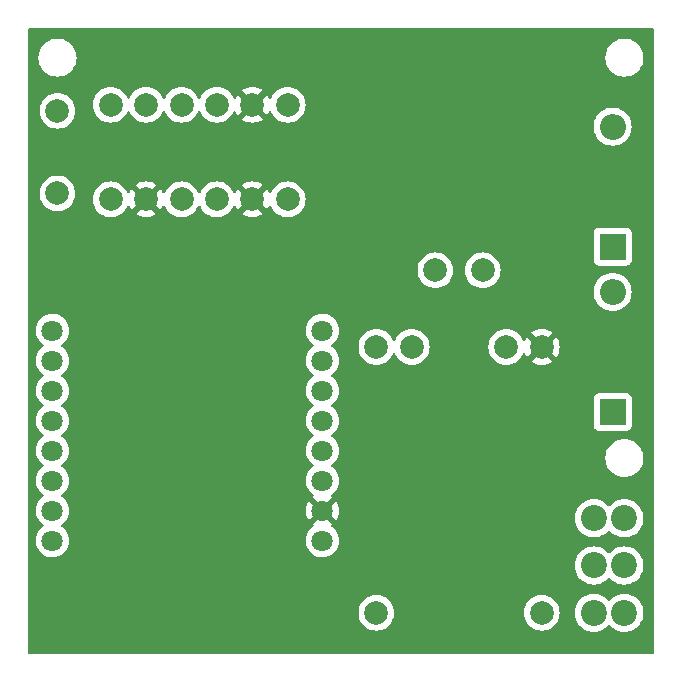
<source format=gbl>
G04 #@! TF.GenerationSoftware,KiCad,Pcbnew,(6.0.0)*
G04 #@! TF.CreationDate,2022-01-19T17:04:22-05:00*
G04 #@! TF.ProjectId,SlimeVRMotherBoard,536c696d-6556-4524-9d6f-74686572426f,V1.2*
G04 #@! TF.SameCoordinates,Original*
G04 #@! TF.FileFunction,Copper,L2,Bot*
G04 #@! TF.FilePolarity,Positive*
%FSLAX46Y46*%
G04 Gerber Fmt 4.6, Leading zero omitted, Abs format (unit mm)*
G04 Created by KiCad (PCBNEW (6.0.0)) date 2022-01-19 17:04:22*
%MOMM*%
%LPD*%
G01*
G04 APERTURE LIST*
G04 #@! TA.AperFunction,ComponentPad*
%ADD10C,2.200000*%
G04 #@! TD*
G04 #@! TA.AperFunction,ComponentPad*
%ADD11C,2.000000*%
G04 #@! TD*
G04 #@! TA.AperFunction,ComponentPad*
%ADD12O,2.200000X2.200000*%
G04 #@! TD*
G04 #@! TA.AperFunction,ComponentPad*
%ADD13R,2.200000X2.200000*%
G04 #@! TD*
G04 #@! TA.AperFunction,ComponentPad*
%ADD14C,1.800000*%
G04 #@! TD*
G04 APERTURE END LIST*
D10*
X185000000Y-141000000D03*
X185000000Y-145000000D03*
X185000000Y-137000000D03*
X182400000Y-141000000D03*
X182400000Y-145000000D03*
X182400000Y-137000000D03*
D11*
X137000000Y-109500000D03*
X137000000Y-102500000D03*
D12*
X184000000Y-103840000D03*
D13*
X184000000Y-114000000D03*
D12*
X184000000Y-117840000D03*
D13*
X184000000Y-128000000D03*
D11*
X173000000Y-116000000D03*
X169000000Y-116000000D03*
D14*
X136570000Y-138890000D03*
X159430000Y-138890000D03*
X136570000Y-136350000D03*
X159430000Y-136350000D03*
X136570000Y-133810000D03*
X159430000Y-133810000D03*
X136570000Y-131270000D03*
X159430000Y-131270000D03*
X136570000Y-128730000D03*
X159430000Y-128730000D03*
X136570000Y-126190000D03*
X159430000Y-126190000D03*
X136570000Y-123650000D03*
X159430000Y-123650000D03*
X136570000Y-121110000D03*
X159430000Y-121110000D03*
D11*
X150500000Y-110000000D03*
X153500000Y-110000000D03*
X156500000Y-110000000D03*
X147500000Y-110000000D03*
X144500000Y-110000000D03*
X141500000Y-110000000D03*
X141500000Y-102000000D03*
X144500000Y-102000000D03*
X147500000Y-102000000D03*
X156500000Y-102000000D03*
X153500000Y-102000000D03*
X150500000Y-102000000D03*
X178000000Y-122500000D03*
X175000000Y-122500000D03*
X164000000Y-145000000D03*
X178000000Y-145000000D03*
X164000000Y-122500000D03*
X167000000Y-122500000D03*
G04 #@! TA.AperFunction,Conductor*
G36*
X187434121Y-95528002D02*
G01*
X187480614Y-95581658D01*
X187492000Y-95634000D01*
X187492000Y-148366000D01*
X187471998Y-148434121D01*
X187418342Y-148480614D01*
X187366000Y-148492000D01*
X134634000Y-148492000D01*
X134565879Y-148471998D01*
X134519386Y-148418342D01*
X134508000Y-148366000D01*
X134508000Y-145000000D01*
X162486835Y-145000000D01*
X162505465Y-145236711D01*
X162506619Y-145241518D01*
X162506620Y-145241524D01*
X162541640Y-145387391D01*
X162560895Y-145467594D01*
X162651760Y-145686963D01*
X162654346Y-145691183D01*
X162773241Y-145885202D01*
X162773245Y-145885208D01*
X162775824Y-145889416D01*
X162930031Y-146069969D01*
X163110584Y-146224176D01*
X163114792Y-146226755D01*
X163114798Y-146226759D01*
X163308817Y-146345654D01*
X163313037Y-146348240D01*
X163317607Y-146350133D01*
X163317611Y-146350135D01*
X163522568Y-146435030D01*
X163532406Y-146439105D01*
X163612609Y-146458360D01*
X163758476Y-146493380D01*
X163758482Y-146493381D01*
X163763289Y-146494535D01*
X164000000Y-146513165D01*
X164236711Y-146494535D01*
X164241518Y-146493381D01*
X164241524Y-146493380D01*
X164387391Y-146458360D01*
X164467594Y-146439105D01*
X164477432Y-146435030D01*
X164682389Y-146350135D01*
X164682393Y-146350133D01*
X164686963Y-146348240D01*
X164691183Y-146345654D01*
X164885202Y-146226759D01*
X164885208Y-146226755D01*
X164889416Y-146224176D01*
X165069969Y-146069969D01*
X165224176Y-145889416D01*
X165226755Y-145885208D01*
X165226759Y-145885202D01*
X165345654Y-145691183D01*
X165348240Y-145686963D01*
X165439105Y-145467594D01*
X165458360Y-145387391D01*
X165493380Y-145241524D01*
X165493381Y-145241518D01*
X165494535Y-145236711D01*
X165513165Y-145000000D01*
X176486835Y-145000000D01*
X176505465Y-145236711D01*
X176506619Y-145241518D01*
X176506620Y-145241524D01*
X176541640Y-145387391D01*
X176560895Y-145467594D01*
X176651760Y-145686963D01*
X176654346Y-145691183D01*
X176773241Y-145885202D01*
X176773245Y-145885208D01*
X176775824Y-145889416D01*
X176930031Y-146069969D01*
X177110584Y-146224176D01*
X177114792Y-146226755D01*
X177114798Y-146226759D01*
X177308817Y-146345654D01*
X177313037Y-146348240D01*
X177317607Y-146350133D01*
X177317611Y-146350135D01*
X177522568Y-146435030D01*
X177532406Y-146439105D01*
X177612609Y-146458360D01*
X177758476Y-146493380D01*
X177758482Y-146493381D01*
X177763289Y-146494535D01*
X178000000Y-146513165D01*
X178236711Y-146494535D01*
X178241518Y-146493381D01*
X178241524Y-146493380D01*
X178387391Y-146458360D01*
X178467594Y-146439105D01*
X178477432Y-146435030D01*
X178682389Y-146350135D01*
X178682393Y-146350133D01*
X178686963Y-146348240D01*
X178691183Y-146345654D01*
X178885202Y-146226759D01*
X178885208Y-146226755D01*
X178889416Y-146224176D01*
X179069969Y-146069969D01*
X179224176Y-145889416D01*
X179226755Y-145885208D01*
X179226759Y-145885202D01*
X179345654Y-145691183D01*
X179348240Y-145686963D01*
X179439105Y-145467594D01*
X179458360Y-145387391D01*
X179493380Y-145241524D01*
X179493381Y-145241518D01*
X179494535Y-145236711D01*
X179513165Y-145000000D01*
X180786526Y-145000000D01*
X180806391Y-145252403D01*
X180865495Y-145498591D01*
X180867388Y-145503162D01*
X180867389Y-145503164D01*
X180941627Y-145682389D01*
X180962384Y-145732502D01*
X181094672Y-145948376D01*
X181259102Y-146140898D01*
X181451624Y-146305328D01*
X181667498Y-146437616D01*
X181672068Y-146439509D01*
X181672072Y-146439511D01*
X181896836Y-146532611D01*
X181901409Y-146534505D01*
X181986032Y-146554821D01*
X182142784Y-146592454D01*
X182142790Y-146592455D01*
X182147597Y-146593609D01*
X182400000Y-146613474D01*
X182652403Y-146593609D01*
X182657210Y-146592455D01*
X182657216Y-146592454D01*
X182813968Y-146554821D01*
X182898591Y-146534505D01*
X182903164Y-146532611D01*
X183127928Y-146439511D01*
X183127932Y-146439509D01*
X183132502Y-146437616D01*
X183348376Y-146305328D01*
X183540898Y-146140898D01*
X183604189Y-146066794D01*
X183663640Y-146027985D01*
X183734634Y-146027479D01*
X183795811Y-146066794D01*
X183859102Y-146140898D01*
X184051624Y-146305328D01*
X184267498Y-146437616D01*
X184272068Y-146439509D01*
X184272072Y-146439511D01*
X184496836Y-146532611D01*
X184501409Y-146534505D01*
X184586032Y-146554821D01*
X184742784Y-146592454D01*
X184742790Y-146592455D01*
X184747597Y-146593609D01*
X185000000Y-146613474D01*
X185252403Y-146593609D01*
X185257210Y-146592455D01*
X185257216Y-146592454D01*
X185413968Y-146554821D01*
X185498591Y-146534505D01*
X185503164Y-146532611D01*
X185727928Y-146439511D01*
X185727932Y-146439509D01*
X185732502Y-146437616D01*
X185948376Y-146305328D01*
X186140898Y-146140898D01*
X186305328Y-145948376D01*
X186437616Y-145732502D01*
X186458374Y-145682389D01*
X186532611Y-145503164D01*
X186532612Y-145503162D01*
X186534505Y-145498591D01*
X186593609Y-145252403D01*
X186613474Y-145000000D01*
X186593609Y-144747597D01*
X186534505Y-144501409D01*
X186532611Y-144496836D01*
X186439511Y-144272072D01*
X186439509Y-144272068D01*
X186437616Y-144267498D01*
X186305328Y-144051624D01*
X186140898Y-143859102D01*
X185948376Y-143694672D01*
X185732502Y-143562384D01*
X185727932Y-143560491D01*
X185727928Y-143560489D01*
X185503164Y-143467389D01*
X185503162Y-143467388D01*
X185498591Y-143465495D01*
X185413968Y-143445179D01*
X185257216Y-143407546D01*
X185257210Y-143407545D01*
X185252403Y-143406391D01*
X185000000Y-143386526D01*
X184747597Y-143406391D01*
X184742790Y-143407545D01*
X184742784Y-143407546D01*
X184586032Y-143445179D01*
X184501409Y-143465495D01*
X184496838Y-143467388D01*
X184496836Y-143467389D01*
X184272072Y-143560489D01*
X184272068Y-143560491D01*
X184267498Y-143562384D01*
X184051624Y-143694672D01*
X183859102Y-143859102D01*
X183855894Y-143862858D01*
X183795811Y-143933206D01*
X183736360Y-143972015D01*
X183665366Y-143972521D01*
X183604189Y-143933206D01*
X183544106Y-143862858D01*
X183540898Y-143859102D01*
X183348376Y-143694672D01*
X183132502Y-143562384D01*
X183127932Y-143560491D01*
X183127928Y-143560489D01*
X182903164Y-143467389D01*
X182903162Y-143467388D01*
X182898591Y-143465495D01*
X182813968Y-143445179D01*
X182657216Y-143407546D01*
X182657210Y-143407545D01*
X182652403Y-143406391D01*
X182400000Y-143386526D01*
X182147597Y-143406391D01*
X182142790Y-143407545D01*
X182142784Y-143407546D01*
X181986032Y-143445179D01*
X181901409Y-143465495D01*
X181896838Y-143467388D01*
X181896836Y-143467389D01*
X181672072Y-143560489D01*
X181672068Y-143560491D01*
X181667498Y-143562384D01*
X181451624Y-143694672D01*
X181259102Y-143859102D01*
X181094672Y-144051624D01*
X180962384Y-144267498D01*
X180960491Y-144272068D01*
X180960489Y-144272072D01*
X180867389Y-144496836D01*
X180865495Y-144501409D01*
X180806391Y-144747597D01*
X180786526Y-145000000D01*
X179513165Y-145000000D01*
X179494535Y-144763289D01*
X179491953Y-144752531D01*
X179440260Y-144537218D01*
X179439105Y-144532406D01*
X179348240Y-144313037D01*
X179345654Y-144308817D01*
X179226759Y-144114798D01*
X179226755Y-144114792D01*
X179224176Y-144110584D01*
X179069969Y-143930031D01*
X178889416Y-143775824D01*
X178885208Y-143773245D01*
X178885202Y-143773241D01*
X178691183Y-143654346D01*
X178686963Y-143651760D01*
X178682393Y-143649867D01*
X178682389Y-143649865D01*
X178472167Y-143562789D01*
X178472165Y-143562788D01*
X178467594Y-143560895D01*
X178387391Y-143541640D01*
X178241524Y-143506620D01*
X178241518Y-143506619D01*
X178236711Y-143505465D01*
X178000000Y-143486835D01*
X177763289Y-143505465D01*
X177758482Y-143506619D01*
X177758476Y-143506620D01*
X177612609Y-143541640D01*
X177532406Y-143560895D01*
X177527835Y-143562788D01*
X177527833Y-143562789D01*
X177317611Y-143649865D01*
X177317607Y-143649867D01*
X177313037Y-143651760D01*
X177308817Y-143654346D01*
X177114798Y-143773241D01*
X177114792Y-143773245D01*
X177110584Y-143775824D01*
X176930031Y-143930031D01*
X176775824Y-144110584D01*
X176773245Y-144114792D01*
X176773241Y-144114798D01*
X176654346Y-144308817D01*
X176651760Y-144313037D01*
X176560895Y-144532406D01*
X176559740Y-144537218D01*
X176508048Y-144752531D01*
X176505465Y-144763289D01*
X176486835Y-145000000D01*
X165513165Y-145000000D01*
X165494535Y-144763289D01*
X165491953Y-144752531D01*
X165440260Y-144537218D01*
X165439105Y-144532406D01*
X165348240Y-144313037D01*
X165345654Y-144308817D01*
X165226759Y-144114798D01*
X165226755Y-144114792D01*
X165224176Y-144110584D01*
X165069969Y-143930031D01*
X164889416Y-143775824D01*
X164885208Y-143773245D01*
X164885202Y-143773241D01*
X164691183Y-143654346D01*
X164686963Y-143651760D01*
X164682393Y-143649867D01*
X164682389Y-143649865D01*
X164472167Y-143562789D01*
X164472165Y-143562788D01*
X164467594Y-143560895D01*
X164387391Y-143541640D01*
X164241524Y-143506620D01*
X164241518Y-143506619D01*
X164236711Y-143505465D01*
X164000000Y-143486835D01*
X163763289Y-143505465D01*
X163758482Y-143506619D01*
X163758476Y-143506620D01*
X163612609Y-143541640D01*
X163532406Y-143560895D01*
X163527835Y-143562788D01*
X163527833Y-143562789D01*
X163317611Y-143649865D01*
X163317607Y-143649867D01*
X163313037Y-143651760D01*
X163308817Y-143654346D01*
X163114798Y-143773241D01*
X163114792Y-143773245D01*
X163110584Y-143775824D01*
X162930031Y-143930031D01*
X162775824Y-144110584D01*
X162773245Y-144114792D01*
X162773241Y-144114798D01*
X162654346Y-144308817D01*
X162651760Y-144313037D01*
X162560895Y-144532406D01*
X162559740Y-144537218D01*
X162508048Y-144752531D01*
X162505465Y-144763289D01*
X162486835Y-145000000D01*
X134508000Y-145000000D01*
X134508000Y-141000000D01*
X180786526Y-141000000D01*
X180806391Y-141252403D01*
X180865495Y-141498591D01*
X180962384Y-141732502D01*
X181094672Y-141948376D01*
X181259102Y-142140898D01*
X181451624Y-142305328D01*
X181667498Y-142437616D01*
X181672068Y-142439509D01*
X181672072Y-142439511D01*
X181896836Y-142532611D01*
X181901409Y-142534505D01*
X181986032Y-142554821D01*
X182142784Y-142592454D01*
X182142790Y-142592455D01*
X182147597Y-142593609D01*
X182400000Y-142613474D01*
X182652403Y-142593609D01*
X182657210Y-142592455D01*
X182657216Y-142592454D01*
X182813968Y-142554821D01*
X182898591Y-142534505D01*
X182903164Y-142532611D01*
X183127928Y-142439511D01*
X183127932Y-142439509D01*
X183132502Y-142437616D01*
X183348376Y-142305328D01*
X183540898Y-142140898D01*
X183604189Y-142066794D01*
X183663640Y-142027985D01*
X183734634Y-142027479D01*
X183795811Y-142066794D01*
X183859102Y-142140898D01*
X184051624Y-142305328D01*
X184267498Y-142437616D01*
X184272068Y-142439509D01*
X184272072Y-142439511D01*
X184496836Y-142532611D01*
X184501409Y-142534505D01*
X184586032Y-142554821D01*
X184742784Y-142592454D01*
X184742790Y-142592455D01*
X184747597Y-142593609D01*
X185000000Y-142613474D01*
X185252403Y-142593609D01*
X185257210Y-142592455D01*
X185257216Y-142592454D01*
X185413968Y-142554821D01*
X185498591Y-142534505D01*
X185503164Y-142532611D01*
X185727928Y-142439511D01*
X185727932Y-142439509D01*
X185732502Y-142437616D01*
X185948376Y-142305328D01*
X186140898Y-142140898D01*
X186305328Y-141948376D01*
X186437616Y-141732502D01*
X186534505Y-141498591D01*
X186593609Y-141252403D01*
X186613474Y-141000000D01*
X186593609Y-140747597D01*
X186534505Y-140501409D01*
X186532611Y-140496836D01*
X186439511Y-140272072D01*
X186439509Y-140272068D01*
X186437616Y-140267498D01*
X186305328Y-140051624D01*
X186140898Y-139859102D01*
X185948376Y-139694672D01*
X185732502Y-139562384D01*
X185727932Y-139560491D01*
X185727928Y-139560489D01*
X185503164Y-139467389D01*
X185503162Y-139467388D01*
X185498591Y-139465495D01*
X185413968Y-139445179D01*
X185257216Y-139407546D01*
X185257210Y-139407545D01*
X185252403Y-139406391D01*
X185000000Y-139386526D01*
X184747597Y-139406391D01*
X184742790Y-139407545D01*
X184742784Y-139407546D01*
X184586032Y-139445179D01*
X184501409Y-139465495D01*
X184496838Y-139467388D01*
X184496836Y-139467389D01*
X184272072Y-139560489D01*
X184272068Y-139560491D01*
X184267498Y-139562384D01*
X184051624Y-139694672D01*
X183859102Y-139859102D01*
X183855894Y-139862858D01*
X183795811Y-139933206D01*
X183736360Y-139972015D01*
X183665366Y-139972521D01*
X183604189Y-139933206D01*
X183544106Y-139862858D01*
X183540898Y-139859102D01*
X183348376Y-139694672D01*
X183132502Y-139562384D01*
X183127932Y-139560491D01*
X183127928Y-139560489D01*
X182903164Y-139467389D01*
X182903162Y-139467388D01*
X182898591Y-139465495D01*
X182813968Y-139445179D01*
X182657216Y-139407546D01*
X182657210Y-139407545D01*
X182652403Y-139406391D01*
X182400000Y-139386526D01*
X182147597Y-139406391D01*
X182142790Y-139407545D01*
X182142784Y-139407546D01*
X181986032Y-139445179D01*
X181901409Y-139465495D01*
X181896838Y-139467388D01*
X181896836Y-139467389D01*
X181672072Y-139560489D01*
X181672068Y-139560491D01*
X181667498Y-139562384D01*
X181451624Y-139694672D01*
X181259102Y-139859102D01*
X181094672Y-140051624D01*
X180962384Y-140267498D01*
X180960491Y-140272068D01*
X180960489Y-140272072D01*
X180867389Y-140496836D01*
X180865495Y-140501409D01*
X180806391Y-140747597D01*
X180786526Y-141000000D01*
X134508000Y-141000000D01*
X134508000Y-138855469D01*
X135157095Y-138855469D01*
X135157392Y-138860622D01*
X135157392Y-138860625D01*
X135163067Y-138959041D01*
X135170427Y-139086697D01*
X135171564Y-139091743D01*
X135171565Y-139091749D01*
X135203741Y-139234523D01*
X135221346Y-139312642D01*
X135223288Y-139317424D01*
X135223289Y-139317428D01*
X135282944Y-139464340D01*
X135308484Y-139527237D01*
X135429501Y-139724719D01*
X135581147Y-139899784D01*
X135759349Y-140047730D01*
X135959322Y-140164584D01*
X136175694Y-140247209D01*
X136180760Y-140248240D01*
X136180761Y-140248240D01*
X136233846Y-140259040D01*
X136402656Y-140293385D01*
X136533324Y-140298176D01*
X136628949Y-140301683D01*
X136628953Y-140301683D01*
X136634113Y-140301872D01*
X136639233Y-140301216D01*
X136639235Y-140301216D01*
X136712270Y-140291860D01*
X136863847Y-140272442D01*
X136868795Y-140270957D01*
X136868802Y-140270956D01*
X137080747Y-140207369D01*
X137085690Y-140205886D01*
X137166236Y-140166427D01*
X137289049Y-140106262D01*
X137289052Y-140106260D01*
X137293684Y-140103991D01*
X137482243Y-139969494D01*
X137646303Y-139806005D01*
X137781458Y-139617917D01*
X137828641Y-139522450D01*
X137881784Y-139414922D01*
X137881785Y-139414920D01*
X137884078Y-139410280D01*
X137951408Y-139188671D01*
X137981640Y-138959041D01*
X137983327Y-138890000D01*
X137980488Y-138855469D01*
X158017095Y-138855469D01*
X158017392Y-138860622D01*
X158017392Y-138860625D01*
X158023067Y-138959041D01*
X158030427Y-139086697D01*
X158031564Y-139091743D01*
X158031565Y-139091749D01*
X158063741Y-139234523D01*
X158081346Y-139312642D01*
X158083288Y-139317424D01*
X158083289Y-139317428D01*
X158142944Y-139464340D01*
X158168484Y-139527237D01*
X158289501Y-139724719D01*
X158441147Y-139899784D01*
X158619349Y-140047730D01*
X158819322Y-140164584D01*
X159035694Y-140247209D01*
X159040760Y-140248240D01*
X159040761Y-140248240D01*
X159093846Y-140259040D01*
X159262656Y-140293385D01*
X159393324Y-140298176D01*
X159488949Y-140301683D01*
X159488953Y-140301683D01*
X159494113Y-140301872D01*
X159499233Y-140301216D01*
X159499235Y-140301216D01*
X159572270Y-140291860D01*
X159723847Y-140272442D01*
X159728795Y-140270957D01*
X159728802Y-140270956D01*
X159940747Y-140207369D01*
X159945690Y-140205886D01*
X160026236Y-140166427D01*
X160149049Y-140106262D01*
X160149052Y-140106260D01*
X160153684Y-140103991D01*
X160342243Y-139969494D01*
X160506303Y-139806005D01*
X160641458Y-139617917D01*
X160688641Y-139522450D01*
X160741784Y-139414922D01*
X160741785Y-139414920D01*
X160744078Y-139410280D01*
X160811408Y-139188671D01*
X160841640Y-138959041D01*
X160843327Y-138890000D01*
X160837032Y-138813434D01*
X160824773Y-138664318D01*
X160824772Y-138664312D01*
X160824349Y-138659167D01*
X160767925Y-138434533D01*
X160765866Y-138429797D01*
X160677630Y-138226868D01*
X160677628Y-138226865D01*
X160675570Y-138222131D01*
X160549764Y-138027665D01*
X160393887Y-137856358D01*
X160389836Y-137853159D01*
X160389832Y-137853155D01*
X160216669Y-137716400D01*
X160175606Y-137658483D01*
X160172374Y-137587560D01*
X160207999Y-137526148D01*
X160213487Y-137521623D01*
X160223497Y-137508874D01*
X160216510Y-137495721D01*
X159442811Y-136722021D01*
X159428868Y-136714408D01*
X159427034Y-136714539D01*
X159420420Y-136718790D01*
X158640180Y-137499031D01*
X158633423Y-137511406D01*
X158652730Y-137537197D01*
X158652040Y-137537713D01*
X158676627Y-137563737D01*
X158689743Y-137633511D01*
X158663055Y-137699300D01*
X158640023Y-137721719D01*
X158491655Y-137833117D01*
X158331639Y-138000564D01*
X158328725Y-138004836D01*
X158328724Y-138004837D01*
X158313279Y-138027479D01*
X158201119Y-138191899D01*
X158103602Y-138401981D01*
X158041707Y-138625169D01*
X158017095Y-138855469D01*
X137980488Y-138855469D01*
X137977032Y-138813434D01*
X137964773Y-138664318D01*
X137964772Y-138664312D01*
X137964349Y-138659167D01*
X137907925Y-138434533D01*
X137905866Y-138429797D01*
X137817630Y-138226868D01*
X137817628Y-138226865D01*
X137815570Y-138222131D01*
X137689764Y-138027665D01*
X137533887Y-137856358D01*
X137529836Y-137853159D01*
X137529832Y-137853155D01*
X137357077Y-137716722D01*
X137316014Y-137658805D01*
X137312782Y-137587882D01*
X137348407Y-137526470D01*
X137362001Y-137515261D01*
X137367406Y-137511406D01*
X137482243Y-137429494D01*
X137646303Y-137266005D01*
X137659623Y-137247469D01*
X137733080Y-137145242D01*
X137781458Y-137077917D01*
X137783879Y-137073020D01*
X137881784Y-136874922D01*
X137881785Y-136874920D01*
X137884078Y-136870280D01*
X137951408Y-136648671D01*
X137981640Y-136419041D01*
X137983327Y-136350000D01*
X137980913Y-136320638D01*
X158017893Y-136320638D01*
X158030627Y-136541468D01*
X158032061Y-136551670D01*
X158080685Y-136767439D01*
X158083773Y-136777292D01*
X158166986Y-136982220D01*
X158171634Y-136991421D01*
X158260097Y-137135781D01*
X158270553Y-137145242D01*
X158279331Y-137141458D01*
X159057979Y-136362811D01*
X159064356Y-136351132D01*
X159794408Y-136351132D01*
X159794539Y-136352966D01*
X159798790Y-136359580D01*
X160576307Y-137137096D01*
X160588313Y-137143652D01*
X160600052Y-137134684D01*
X160638010Y-137081859D01*
X160643321Y-137073020D01*
X160679410Y-137000000D01*
X180786526Y-137000000D01*
X180806391Y-137252403D01*
X180807545Y-137257210D01*
X180807546Y-137257216D01*
X180810532Y-137269653D01*
X180865495Y-137498591D01*
X180867388Y-137503162D01*
X180867389Y-137503164D01*
X180958053Y-137722045D01*
X180962384Y-137732502D01*
X181094672Y-137948376D01*
X181259102Y-138140898D01*
X181451624Y-138305328D01*
X181667498Y-138437616D01*
X181672068Y-138439509D01*
X181672072Y-138439511D01*
X181896836Y-138532611D01*
X181901409Y-138534505D01*
X181986032Y-138554821D01*
X182142784Y-138592454D01*
X182142790Y-138592455D01*
X182147597Y-138593609D01*
X182400000Y-138613474D01*
X182652403Y-138593609D01*
X182657210Y-138592455D01*
X182657216Y-138592454D01*
X182813968Y-138554821D01*
X182898591Y-138534505D01*
X182903164Y-138532611D01*
X183127928Y-138439511D01*
X183127932Y-138439509D01*
X183132502Y-138437616D01*
X183348376Y-138305328D01*
X183540898Y-138140898D01*
X183604189Y-138066794D01*
X183663640Y-138027985D01*
X183734634Y-138027479D01*
X183795811Y-138066794D01*
X183859102Y-138140898D01*
X184051624Y-138305328D01*
X184267498Y-138437616D01*
X184272068Y-138439509D01*
X184272072Y-138439511D01*
X184496836Y-138532611D01*
X184501409Y-138534505D01*
X184586032Y-138554821D01*
X184742784Y-138592454D01*
X184742790Y-138592455D01*
X184747597Y-138593609D01*
X185000000Y-138613474D01*
X185252403Y-138593609D01*
X185257210Y-138592455D01*
X185257216Y-138592454D01*
X185413968Y-138554821D01*
X185498591Y-138534505D01*
X185503164Y-138532611D01*
X185727928Y-138439511D01*
X185727932Y-138439509D01*
X185732502Y-138437616D01*
X185948376Y-138305328D01*
X186140898Y-138140898D01*
X186305328Y-137948376D01*
X186437616Y-137732502D01*
X186441948Y-137722045D01*
X186532611Y-137503164D01*
X186532612Y-137503162D01*
X186534505Y-137498591D01*
X186589468Y-137269653D01*
X186592454Y-137257216D01*
X186592455Y-137257210D01*
X186593609Y-137252403D01*
X186613474Y-137000000D01*
X186593609Y-136747597D01*
X186586694Y-136718790D01*
X186546571Y-136551670D01*
X186534505Y-136501409D01*
X186532611Y-136496836D01*
X186439511Y-136272072D01*
X186439509Y-136272068D01*
X186437616Y-136267498D01*
X186305328Y-136051624D01*
X186140898Y-135859102D01*
X185948376Y-135694672D01*
X185732502Y-135562384D01*
X185727932Y-135560491D01*
X185727928Y-135560489D01*
X185503164Y-135467389D01*
X185503162Y-135467388D01*
X185498591Y-135465495D01*
X185413968Y-135445179D01*
X185257216Y-135407546D01*
X185257210Y-135407545D01*
X185252403Y-135406391D01*
X185000000Y-135386526D01*
X184747597Y-135406391D01*
X184742790Y-135407545D01*
X184742784Y-135407546D01*
X184586032Y-135445179D01*
X184501409Y-135465495D01*
X184496838Y-135467388D01*
X184496836Y-135467389D01*
X184272072Y-135560489D01*
X184272068Y-135560491D01*
X184267498Y-135562384D01*
X184051624Y-135694672D01*
X183859102Y-135859102D01*
X183855894Y-135862858D01*
X183795811Y-135933206D01*
X183736360Y-135972015D01*
X183665366Y-135972521D01*
X183604189Y-135933206D01*
X183544106Y-135862858D01*
X183540898Y-135859102D01*
X183348376Y-135694672D01*
X183132502Y-135562384D01*
X183127932Y-135560491D01*
X183127928Y-135560489D01*
X182903164Y-135467389D01*
X182903162Y-135467388D01*
X182898591Y-135465495D01*
X182813968Y-135445179D01*
X182657216Y-135407546D01*
X182657210Y-135407545D01*
X182652403Y-135406391D01*
X182400000Y-135386526D01*
X182147597Y-135406391D01*
X182142790Y-135407545D01*
X182142784Y-135407546D01*
X181986032Y-135445179D01*
X181901409Y-135465495D01*
X181896838Y-135467388D01*
X181896836Y-135467389D01*
X181672072Y-135560489D01*
X181672068Y-135560491D01*
X181667498Y-135562384D01*
X181451624Y-135694672D01*
X181259102Y-135859102D01*
X181094672Y-136051624D01*
X180962384Y-136267498D01*
X180960491Y-136272068D01*
X180960489Y-136272072D01*
X180867389Y-136496836D01*
X180865495Y-136501409D01*
X180853429Y-136551670D01*
X180813307Y-136718790D01*
X180806391Y-136747597D01*
X180786526Y-137000000D01*
X160679410Y-137000000D01*
X160741318Y-136874737D01*
X160745117Y-136865142D01*
X160809415Y-136653517D01*
X160811594Y-136643436D01*
X160840702Y-136422338D01*
X160841221Y-136415663D01*
X160842744Y-136353364D01*
X160842550Y-136346646D01*
X160824279Y-136124400D01*
X160822596Y-136114238D01*
X160768710Y-135899708D01*
X160765389Y-135889953D01*
X160677193Y-135687118D01*
X160672315Y-135678020D01*
X160599224Y-135565038D01*
X160588538Y-135555835D01*
X160578973Y-135560238D01*
X159802021Y-136337189D01*
X159794408Y-136351132D01*
X159064356Y-136351132D01*
X159065592Y-136348868D01*
X159065461Y-136347034D01*
X159061210Y-136340420D01*
X158283862Y-135563073D01*
X158272330Y-135556776D01*
X158260048Y-135566399D01*
X158204467Y-135647877D01*
X158199379Y-135656833D01*
X158106252Y-135857459D01*
X158102689Y-135867146D01*
X158043581Y-136080280D01*
X158041650Y-136090400D01*
X158018145Y-136310349D01*
X158017893Y-136320638D01*
X137980913Y-136320638D01*
X137976197Y-136263278D01*
X137964773Y-136124318D01*
X137964772Y-136124312D01*
X137964349Y-136119167D01*
X137930797Y-135985592D01*
X137909184Y-135899544D01*
X137909183Y-135899540D01*
X137907925Y-135894533D01*
X137896017Y-135867146D01*
X137817630Y-135686868D01*
X137817628Y-135686865D01*
X137815570Y-135682131D01*
X137689764Y-135487665D01*
X137671315Y-135467389D01*
X137616861Y-135407546D01*
X137533887Y-135316358D01*
X137529836Y-135313159D01*
X137529832Y-135313155D01*
X137357077Y-135176722D01*
X137316014Y-135118805D01*
X137312782Y-135047882D01*
X137348407Y-134986470D01*
X137362001Y-134975261D01*
X137365872Y-134972500D01*
X137482243Y-134889494D01*
X137646303Y-134726005D01*
X137781458Y-134537917D01*
X137828641Y-134442450D01*
X137881784Y-134334922D01*
X137881785Y-134334920D01*
X137884078Y-134330280D01*
X137951408Y-134108671D01*
X137981640Y-133879041D01*
X137983327Y-133810000D01*
X137980488Y-133775469D01*
X158017095Y-133775469D01*
X158017392Y-133780622D01*
X158017392Y-133780625D01*
X158023067Y-133879041D01*
X158030427Y-134006697D01*
X158031564Y-134011743D01*
X158031565Y-134011749D01*
X158063741Y-134154523D01*
X158081346Y-134232642D01*
X158083288Y-134237424D01*
X158083289Y-134237428D01*
X158166540Y-134442450D01*
X158168484Y-134447237D01*
X158289501Y-134644719D01*
X158441147Y-134819784D01*
X158619349Y-134967730D01*
X158623814Y-134970339D01*
X158627979Y-134972773D01*
X158676700Y-135024414D01*
X158689767Y-135094198D01*
X158663033Y-135159968D01*
X158646323Y-135176221D01*
X158635508Y-135190711D01*
X158642251Y-135203040D01*
X159417189Y-135977979D01*
X159431132Y-135985592D01*
X159432966Y-135985461D01*
X159439580Y-135981210D01*
X160218994Y-135201795D01*
X160226011Y-135188944D01*
X160218237Y-135178275D01*
X160216655Y-135177025D01*
X160175592Y-135119109D01*
X160172359Y-135048186D01*
X160207983Y-134986774D01*
X160221578Y-134975563D01*
X160237193Y-134964425D01*
X160342243Y-134889494D01*
X160506303Y-134726005D01*
X160641458Y-134537917D01*
X160688641Y-134442450D01*
X160741784Y-134334922D01*
X160741785Y-134334920D01*
X160744078Y-134330280D01*
X160811408Y-134108671D01*
X160841640Y-133879041D01*
X160843327Y-133810000D01*
X160837032Y-133733434D01*
X160824773Y-133584318D01*
X160824772Y-133584312D01*
X160824349Y-133579167D01*
X160767925Y-133354533D01*
X160760375Y-133337169D01*
X160677630Y-133146868D01*
X160677628Y-133146865D01*
X160675570Y-133142131D01*
X160549764Y-132947665D01*
X160393887Y-132776358D01*
X160389836Y-132773159D01*
X160389832Y-132773155D01*
X160217077Y-132636722D01*
X160176014Y-132578805D01*
X160172782Y-132507882D01*
X160208407Y-132446470D01*
X160222001Y-132435261D01*
X160225872Y-132432500D01*
X160342243Y-132349494D01*
X160506303Y-132186005D01*
X160641458Y-131997917D01*
X160688641Y-131902450D01*
X160689852Y-131900000D01*
X183387028Y-131900000D01*
X183406886Y-132152324D01*
X183408040Y-132157131D01*
X183408041Y-132157137D01*
X183436548Y-132275877D01*
X183465972Y-132398436D01*
X183467865Y-132403007D01*
X183467866Y-132403009D01*
X183525482Y-132542105D01*
X183562831Y-132632274D01*
X183695078Y-132848081D01*
X183859457Y-133040543D01*
X184051919Y-133204922D01*
X184267726Y-133337169D01*
X184272296Y-133339062D01*
X184272300Y-133339064D01*
X184496991Y-133432134D01*
X184501564Y-133434028D01*
X184586655Y-133454457D01*
X184742863Y-133491959D01*
X184742869Y-133491960D01*
X184747676Y-133493114D01*
X185000000Y-133512972D01*
X185252324Y-133493114D01*
X185257131Y-133491960D01*
X185257137Y-133491959D01*
X185413345Y-133454457D01*
X185498436Y-133434028D01*
X185503009Y-133432134D01*
X185727700Y-133339064D01*
X185727704Y-133339062D01*
X185732274Y-133337169D01*
X185948081Y-133204922D01*
X186140543Y-133040543D01*
X186304922Y-132848081D01*
X186437169Y-132632274D01*
X186474519Y-132542105D01*
X186532134Y-132403009D01*
X186532135Y-132403007D01*
X186534028Y-132398436D01*
X186563452Y-132275877D01*
X186591959Y-132157137D01*
X186591960Y-132157131D01*
X186593114Y-132152324D01*
X186612972Y-131900000D01*
X186593114Y-131647676D01*
X186582629Y-131604000D01*
X186535183Y-131406376D01*
X186534028Y-131401564D01*
X186528125Y-131387313D01*
X186439064Y-131172300D01*
X186439062Y-131172296D01*
X186437169Y-131167726D01*
X186304922Y-130951919D01*
X186140543Y-130759457D01*
X185948081Y-130595078D01*
X185732274Y-130462831D01*
X185727704Y-130460938D01*
X185727700Y-130460936D01*
X185503009Y-130367866D01*
X185503007Y-130367865D01*
X185498436Y-130365972D01*
X185413345Y-130345543D01*
X185257137Y-130308041D01*
X185257131Y-130308040D01*
X185252324Y-130306886D01*
X185000000Y-130287028D01*
X184747676Y-130306886D01*
X184742869Y-130308040D01*
X184742863Y-130308041D01*
X184586655Y-130345543D01*
X184501564Y-130365972D01*
X184496993Y-130367865D01*
X184496991Y-130367866D01*
X184272300Y-130460936D01*
X184272296Y-130460938D01*
X184267726Y-130462831D01*
X184051919Y-130595078D01*
X183859457Y-130759457D01*
X183695078Y-130951919D01*
X183562831Y-131167726D01*
X183560938Y-131172296D01*
X183560936Y-131172300D01*
X183471875Y-131387313D01*
X183465972Y-131401564D01*
X183464817Y-131406376D01*
X183417372Y-131604000D01*
X183406886Y-131647676D01*
X183387028Y-131900000D01*
X160689852Y-131900000D01*
X160741784Y-131794922D01*
X160741785Y-131794920D01*
X160744078Y-131790280D01*
X160811408Y-131568671D01*
X160841640Y-131339041D01*
X160841906Y-131328172D01*
X160843245Y-131273365D01*
X160843245Y-131273361D01*
X160843327Y-131270000D01*
X160834572Y-131163506D01*
X160824773Y-131044318D01*
X160824772Y-131044312D01*
X160824349Y-131039167D01*
X160767925Y-130814533D01*
X160765866Y-130809797D01*
X160677630Y-130606868D01*
X160677628Y-130606865D01*
X160675570Y-130602131D01*
X160549764Y-130407665D01*
X160393887Y-130236358D01*
X160389836Y-130233159D01*
X160389832Y-130233155D01*
X160217077Y-130096722D01*
X160176014Y-130038805D01*
X160172782Y-129967882D01*
X160208407Y-129906470D01*
X160222001Y-129895261D01*
X160225872Y-129892500D01*
X160342243Y-129809494D01*
X160506303Y-129646005D01*
X160641458Y-129457917D01*
X160688641Y-129362450D01*
X160741784Y-129254922D01*
X160741785Y-129254920D01*
X160744078Y-129250280D01*
X160775112Y-129148134D01*
X182391500Y-129148134D01*
X182398255Y-129210316D01*
X182449385Y-129346705D01*
X182536739Y-129463261D01*
X182653295Y-129550615D01*
X182789684Y-129601745D01*
X182851866Y-129608500D01*
X185148134Y-129608500D01*
X185210316Y-129601745D01*
X185346705Y-129550615D01*
X185463261Y-129463261D01*
X185550615Y-129346705D01*
X185601745Y-129210316D01*
X185608500Y-129148134D01*
X185608500Y-126851866D01*
X185601745Y-126789684D01*
X185550615Y-126653295D01*
X185463261Y-126536739D01*
X185346705Y-126449385D01*
X185210316Y-126398255D01*
X185148134Y-126391500D01*
X182851866Y-126391500D01*
X182789684Y-126398255D01*
X182653295Y-126449385D01*
X182536739Y-126536739D01*
X182449385Y-126653295D01*
X182398255Y-126789684D01*
X182391500Y-126851866D01*
X182391500Y-129148134D01*
X160775112Y-129148134D01*
X160811408Y-129028671D01*
X160841640Y-128799041D01*
X160843327Y-128730000D01*
X160837032Y-128653434D01*
X160824773Y-128504318D01*
X160824772Y-128504312D01*
X160824349Y-128499167D01*
X160767925Y-128274533D01*
X160765866Y-128269797D01*
X160677630Y-128066868D01*
X160677628Y-128066865D01*
X160675570Y-128062131D01*
X160549764Y-127867665D01*
X160393887Y-127696358D01*
X160389836Y-127693159D01*
X160389832Y-127693155D01*
X160217077Y-127556722D01*
X160176014Y-127498805D01*
X160172782Y-127427882D01*
X160208407Y-127366470D01*
X160222001Y-127355261D01*
X160225872Y-127352500D01*
X160342243Y-127269494D01*
X160506303Y-127106005D01*
X160641458Y-126917917D01*
X160672414Y-126855283D01*
X160741784Y-126714922D01*
X160741785Y-126714920D01*
X160744078Y-126710280D01*
X160811408Y-126488671D01*
X160841640Y-126259041D01*
X160843327Y-126190000D01*
X160837032Y-126113434D01*
X160824773Y-125964318D01*
X160824772Y-125964312D01*
X160824349Y-125959167D01*
X160767925Y-125734533D01*
X160765866Y-125729797D01*
X160677630Y-125526868D01*
X160677628Y-125526865D01*
X160675570Y-125522131D01*
X160549764Y-125327665D01*
X160393887Y-125156358D01*
X160389836Y-125153159D01*
X160389832Y-125153155D01*
X160217077Y-125016722D01*
X160176014Y-124958805D01*
X160172782Y-124887882D01*
X160208407Y-124826470D01*
X160222001Y-124815261D01*
X160225872Y-124812500D01*
X160342243Y-124729494D01*
X160506303Y-124566005D01*
X160641458Y-124377917D01*
X160688641Y-124282450D01*
X160741784Y-124174922D01*
X160741785Y-124174920D01*
X160744078Y-124170280D01*
X160811408Y-123948671D01*
X160841640Y-123719041D01*
X160843327Y-123650000D01*
X160836438Y-123566213D01*
X160824773Y-123424318D01*
X160824772Y-123424312D01*
X160824349Y-123419167D01*
X160767925Y-123194533D01*
X160765866Y-123189797D01*
X160677630Y-122986868D01*
X160677628Y-122986865D01*
X160675570Y-122982131D01*
X160549764Y-122787665D01*
X160393887Y-122616358D01*
X160389836Y-122613159D01*
X160389832Y-122613155D01*
X160246552Y-122500000D01*
X162486835Y-122500000D01*
X162505465Y-122736711D01*
X162506619Y-122741518D01*
X162506620Y-122741524D01*
X162512217Y-122764837D01*
X162560895Y-122967594D01*
X162562788Y-122972165D01*
X162562789Y-122972167D01*
X162649772Y-123182163D01*
X162651760Y-123186963D01*
X162654346Y-123191183D01*
X162773241Y-123385202D01*
X162773245Y-123385208D01*
X162775824Y-123389416D01*
X162930031Y-123569969D01*
X163110584Y-123724176D01*
X163114792Y-123726755D01*
X163114798Y-123726759D01*
X163302086Y-123841529D01*
X163313037Y-123848240D01*
X163317607Y-123850133D01*
X163317611Y-123850135D01*
X163527833Y-123937211D01*
X163532406Y-123939105D01*
X163592853Y-123953617D01*
X163758476Y-123993380D01*
X163758482Y-123993381D01*
X163763289Y-123994535D01*
X164000000Y-124013165D01*
X164236711Y-123994535D01*
X164241518Y-123993381D01*
X164241524Y-123993380D01*
X164407147Y-123953617D01*
X164467594Y-123939105D01*
X164472167Y-123937211D01*
X164682389Y-123850135D01*
X164682393Y-123850133D01*
X164686963Y-123848240D01*
X164697914Y-123841529D01*
X164885202Y-123726759D01*
X164885208Y-123726755D01*
X164889416Y-123724176D01*
X165069969Y-123569969D01*
X165224176Y-123389416D01*
X165226755Y-123385208D01*
X165226759Y-123385202D01*
X165345654Y-123191183D01*
X165348240Y-123186963D01*
X165350229Y-123182163D01*
X165383591Y-123101618D01*
X165428139Y-123046337D01*
X165495503Y-123023916D01*
X165564294Y-123041474D01*
X165612672Y-123093436D01*
X165616409Y-123101618D01*
X165649772Y-123182163D01*
X165651760Y-123186963D01*
X165654346Y-123191183D01*
X165773241Y-123385202D01*
X165773245Y-123385208D01*
X165775824Y-123389416D01*
X165930031Y-123569969D01*
X166110584Y-123724176D01*
X166114792Y-123726755D01*
X166114798Y-123726759D01*
X166302086Y-123841529D01*
X166313037Y-123848240D01*
X166317607Y-123850133D01*
X166317611Y-123850135D01*
X166527833Y-123937211D01*
X166532406Y-123939105D01*
X166592853Y-123953617D01*
X166758476Y-123993380D01*
X166758482Y-123993381D01*
X166763289Y-123994535D01*
X167000000Y-124013165D01*
X167236711Y-123994535D01*
X167241518Y-123993381D01*
X167241524Y-123993380D01*
X167407147Y-123953617D01*
X167467594Y-123939105D01*
X167472167Y-123937211D01*
X167682389Y-123850135D01*
X167682393Y-123850133D01*
X167686963Y-123848240D01*
X167697914Y-123841529D01*
X167885202Y-123726759D01*
X167885208Y-123726755D01*
X167889416Y-123724176D01*
X168069969Y-123569969D01*
X168224176Y-123389416D01*
X168226755Y-123385208D01*
X168226759Y-123385202D01*
X168345654Y-123191183D01*
X168348240Y-123186963D01*
X168350229Y-123182163D01*
X168437211Y-122972167D01*
X168437212Y-122972165D01*
X168439105Y-122967594D01*
X168487783Y-122764837D01*
X168493380Y-122741524D01*
X168493381Y-122741518D01*
X168494535Y-122736711D01*
X168513165Y-122500000D01*
X173486835Y-122500000D01*
X173505465Y-122736711D01*
X173506619Y-122741518D01*
X173506620Y-122741524D01*
X173512217Y-122764837D01*
X173560895Y-122967594D01*
X173562788Y-122972165D01*
X173562789Y-122972167D01*
X173649772Y-123182163D01*
X173651760Y-123186963D01*
X173654346Y-123191183D01*
X173773241Y-123385202D01*
X173773245Y-123385208D01*
X173775824Y-123389416D01*
X173930031Y-123569969D01*
X174110584Y-123724176D01*
X174114792Y-123726755D01*
X174114798Y-123726759D01*
X174302086Y-123841529D01*
X174313037Y-123848240D01*
X174317607Y-123850133D01*
X174317611Y-123850135D01*
X174527833Y-123937211D01*
X174532406Y-123939105D01*
X174592853Y-123953617D01*
X174758476Y-123993380D01*
X174758482Y-123993381D01*
X174763289Y-123994535D01*
X175000000Y-124013165D01*
X175236711Y-123994535D01*
X175241518Y-123993381D01*
X175241524Y-123993380D01*
X175407147Y-123953617D01*
X175467594Y-123939105D01*
X175472167Y-123937211D01*
X175682389Y-123850135D01*
X175682393Y-123850133D01*
X175686963Y-123848240D01*
X175697914Y-123841529D01*
X175875556Y-123732670D01*
X177132160Y-123732670D01*
X177137887Y-123740320D01*
X177309042Y-123845205D01*
X177317837Y-123849687D01*
X177527988Y-123936734D01*
X177537373Y-123939783D01*
X177758554Y-123992885D01*
X177768301Y-123994428D01*
X177995070Y-124012275D01*
X178004930Y-124012275D01*
X178231699Y-123994428D01*
X178241446Y-123992885D01*
X178462627Y-123939783D01*
X178472012Y-123936734D01*
X178682163Y-123849687D01*
X178690958Y-123845205D01*
X178858445Y-123742568D01*
X178867907Y-123732110D01*
X178864124Y-123723334D01*
X178012812Y-122872022D01*
X177998868Y-122864408D01*
X177997035Y-122864539D01*
X177990420Y-122868790D01*
X177138920Y-123720290D01*
X177132160Y-123732670D01*
X175875556Y-123732670D01*
X175885202Y-123726759D01*
X175885208Y-123726755D01*
X175889416Y-123724176D01*
X176069969Y-123569969D01*
X176224176Y-123389416D01*
X176226755Y-123385208D01*
X176226759Y-123385202D01*
X176345654Y-123191183D01*
X176348240Y-123186963D01*
X176350229Y-123182163D01*
X176383862Y-123100964D01*
X176428410Y-123045683D01*
X176495774Y-123023262D01*
X176564565Y-123040820D01*
X176612943Y-123092782D01*
X176616680Y-123100964D01*
X176650313Y-123182163D01*
X176654795Y-123190958D01*
X176757432Y-123358445D01*
X176767890Y-123367907D01*
X176776666Y-123364124D01*
X177627978Y-122512812D01*
X177634356Y-122501132D01*
X178364408Y-122501132D01*
X178364539Y-122502965D01*
X178368790Y-122509580D01*
X179220290Y-123361080D01*
X179232670Y-123367840D01*
X179240320Y-123362113D01*
X179345205Y-123190958D01*
X179349687Y-123182163D01*
X179436734Y-122972012D01*
X179439783Y-122962627D01*
X179492885Y-122741446D01*
X179494428Y-122731699D01*
X179512275Y-122504930D01*
X179512275Y-122495070D01*
X179494428Y-122268301D01*
X179492885Y-122258554D01*
X179439783Y-122037373D01*
X179436734Y-122027988D01*
X179349687Y-121817837D01*
X179345205Y-121809042D01*
X179242568Y-121641555D01*
X179232110Y-121632093D01*
X179223334Y-121635876D01*
X178372022Y-122487188D01*
X178364408Y-122501132D01*
X177634356Y-122501132D01*
X177635592Y-122498868D01*
X177635461Y-122497035D01*
X177631210Y-122490420D01*
X176779710Y-121638920D01*
X176767330Y-121632160D01*
X176759680Y-121637887D01*
X176654795Y-121809042D01*
X176650313Y-121817837D01*
X176616680Y-121899036D01*
X176572132Y-121954317D01*
X176504769Y-121976738D01*
X176435978Y-121959180D01*
X176387599Y-121907218D01*
X176383862Y-121899036D01*
X176350135Y-121817611D01*
X176350133Y-121817607D01*
X176348240Y-121813037D01*
X176345654Y-121808817D01*
X176226759Y-121614798D01*
X176226755Y-121614792D01*
X176224176Y-121610584D01*
X176069969Y-121430031D01*
X175889416Y-121275824D01*
X175885208Y-121273245D01*
X175885202Y-121273241D01*
X175876470Y-121267890D01*
X177132093Y-121267890D01*
X177135876Y-121276666D01*
X177987188Y-122127978D01*
X178001132Y-122135592D01*
X178002965Y-122135461D01*
X178009580Y-122131210D01*
X178861080Y-121279710D01*
X178867840Y-121267330D01*
X178862113Y-121259680D01*
X178690958Y-121154795D01*
X178682163Y-121150313D01*
X178472012Y-121063266D01*
X178462627Y-121060217D01*
X178241446Y-121007115D01*
X178231699Y-121005572D01*
X178004930Y-120987725D01*
X177995070Y-120987725D01*
X177768301Y-121005572D01*
X177758554Y-121007115D01*
X177537373Y-121060217D01*
X177527988Y-121063266D01*
X177317837Y-121150313D01*
X177309042Y-121154795D01*
X177141555Y-121257432D01*
X177132093Y-121267890D01*
X175876470Y-121267890D01*
X175691183Y-121154346D01*
X175686963Y-121151760D01*
X175682393Y-121149867D01*
X175682389Y-121149865D01*
X175472167Y-121062789D01*
X175472165Y-121062788D01*
X175467594Y-121060895D01*
X175387391Y-121041640D01*
X175241524Y-121006620D01*
X175241518Y-121006619D01*
X175236711Y-121005465D01*
X175000000Y-120986835D01*
X174763289Y-121005465D01*
X174758482Y-121006619D01*
X174758476Y-121006620D01*
X174612609Y-121041640D01*
X174532406Y-121060895D01*
X174527835Y-121062788D01*
X174527833Y-121062789D01*
X174317611Y-121149865D01*
X174317607Y-121149867D01*
X174313037Y-121151760D01*
X174308817Y-121154346D01*
X174114798Y-121273241D01*
X174114792Y-121273245D01*
X174110584Y-121275824D01*
X173930031Y-121430031D01*
X173775824Y-121610584D01*
X173773245Y-121614792D01*
X173773241Y-121614798D01*
X173654346Y-121808817D01*
X173651760Y-121813037D01*
X173649867Y-121817607D01*
X173649865Y-121817611D01*
X173643376Y-121833278D01*
X173560895Y-122032406D01*
X173559740Y-122037218D01*
X173523182Y-122189494D01*
X173505465Y-122263289D01*
X173486835Y-122500000D01*
X168513165Y-122500000D01*
X168494535Y-122263289D01*
X168476819Y-122189494D01*
X168440260Y-122037218D01*
X168439105Y-122032406D01*
X168356624Y-121833278D01*
X168350135Y-121817611D01*
X168350133Y-121817607D01*
X168348240Y-121813037D01*
X168345654Y-121808817D01*
X168226759Y-121614798D01*
X168226755Y-121614792D01*
X168224176Y-121610584D01*
X168069969Y-121430031D01*
X167889416Y-121275824D01*
X167885208Y-121273245D01*
X167885202Y-121273241D01*
X167691183Y-121154346D01*
X167686963Y-121151760D01*
X167682393Y-121149867D01*
X167682389Y-121149865D01*
X167472167Y-121062789D01*
X167472165Y-121062788D01*
X167467594Y-121060895D01*
X167387391Y-121041640D01*
X167241524Y-121006620D01*
X167241518Y-121006619D01*
X167236711Y-121005465D01*
X167000000Y-120986835D01*
X166763289Y-121005465D01*
X166758482Y-121006619D01*
X166758476Y-121006620D01*
X166612609Y-121041640D01*
X166532406Y-121060895D01*
X166527835Y-121062788D01*
X166527833Y-121062789D01*
X166317611Y-121149865D01*
X166317607Y-121149867D01*
X166313037Y-121151760D01*
X166308817Y-121154346D01*
X166114798Y-121273241D01*
X166114792Y-121273245D01*
X166110584Y-121275824D01*
X165930031Y-121430031D01*
X165775824Y-121610584D01*
X165773245Y-121614792D01*
X165773241Y-121614798D01*
X165654346Y-121808817D01*
X165651760Y-121813037D01*
X165649867Y-121817607D01*
X165649865Y-121817611D01*
X165616409Y-121898382D01*
X165571861Y-121953663D01*
X165504497Y-121976084D01*
X165435706Y-121958526D01*
X165387328Y-121906564D01*
X165383591Y-121898382D01*
X165350135Y-121817611D01*
X165350133Y-121817607D01*
X165348240Y-121813037D01*
X165345654Y-121808817D01*
X165226759Y-121614798D01*
X165226755Y-121614792D01*
X165224176Y-121610584D01*
X165069969Y-121430031D01*
X164889416Y-121275824D01*
X164885208Y-121273245D01*
X164885202Y-121273241D01*
X164691183Y-121154346D01*
X164686963Y-121151760D01*
X164682393Y-121149867D01*
X164682389Y-121149865D01*
X164472167Y-121062789D01*
X164472165Y-121062788D01*
X164467594Y-121060895D01*
X164387391Y-121041640D01*
X164241524Y-121006620D01*
X164241518Y-121006619D01*
X164236711Y-121005465D01*
X164000000Y-120986835D01*
X163763289Y-121005465D01*
X163758482Y-121006619D01*
X163758476Y-121006620D01*
X163612609Y-121041640D01*
X163532406Y-121060895D01*
X163527835Y-121062788D01*
X163527833Y-121062789D01*
X163317611Y-121149865D01*
X163317607Y-121149867D01*
X163313037Y-121151760D01*
X163308817Y-121154346D01*
X163114798Y-121273241D01*
X163114792Y-121273245D01*
X163110584Y-121275824D01*
X162930031Y-121430031D01*
X162775824Y-121610584D01*
X162773245Y-121614792D01*
X162773241Y-121614798D01*
X162654346Y-121808817D01*
X162651760Y-121813037D01*
X162649867Y-121817607D01*
X162649865Y-121817611D01*
X162643376Y-121833278D01*
X162560895Y-122032406D01*
X162559740Y-122037218D01*
X162523182Y-122189494D01*
X162505465Y-122263289D01*
X162486835Y-122500000D01*
X160246552Y-122500000D01*
X160217077Y-122476722D01*
X160176014Y-122418805D01*
X160172782Y-122347882D01*
X160208407Y-122286470D01*
X160222001Y-122275261D01*
X160225872Y-122272500D01*
X160342243Y-122189494D01*
X160506303Y-122026005D01*
X160641458Y-121837917D01*
X160653755Y-121813037D01*
X160741784Y-121634922D01*
X160741785Y-121634920D01*
X160744078Y-121630280D01*
X160811408Y-121408671D01*
X160841640Y-121179041D01*
X160841722Y-121175691D01*
X160843245Y-121113365D01*
X160843245Y-121113361D01*
X160843327Y-121110000D01*
X160834828Y-121006620D01*
X160824773Y-120884318D01*
X160824772Y-120884312D01*
X160824349Y-120879167D01*
X160767925Y-120654533D01*
X160765866Y-120649797D01*
X160677630Y-120446868D01*
X160677628Y-120446865D01*
X160675570Y-120442131D01*
X160549764Y-120247665D01*
X160393887Y-120076358D01*
X160389836Y-120073159D01*
X160389832Y-120073155D01*
X160216177Y-119936011D01*
X160216172Y-119936008D01*
X160212123Y-119932810D01*
X160207607Y-119930317D01*
X160207604Y-119930315D01*
X160013879Y-119823373D01*
X160013875Y-119823371D01*
X160009355Y-119820876D01*
X160004486Y-119819152D01*
X160004482Y-119819150D01*
X159795903Y-119745288D01*
X159795899Y-119745287D01*
X159791028Y-119743562D01*
X159785935Y-119742655D01*
X159785932Y-119742654D01*
X159568095Y-119703851D01*
X159568089Y-119703850D01*
X159563006Y-119702945D01*
X159490096Y-119702054D01*
X159336581Y-119700179D01*
X159336579Y-119700179D01*
X159331411Y-119700116D01*
X159102464Y-119735150D01*
X158882314Y-119807106D01*
X158877726Y-119809494D01*
X158877722Y-119809496D01*
X158851065Y-119823373D01*
X158676872Y-119914052D01*
X158672739Y-119917155D01*
X158672736Y-119917157D01*
X158647625Y-119936011D01*
X158491655Y-120053117D01*
X158331639Y-120220564D01*
X158328725Y-120224836D01*
X158328724Y-120224837D01*
X158313152Y-120247665D01*
X158201119Y-120411899D01*
X158103602Y-120621981D01*
X158041707Y-120845169D01*
X158017095Y-121075469D01*
X158017392Y-121080622D01*
X158017392Y-121080625D01*
X158027716Y-121259680D01*
X158030427Y-121306697D01*
X158031564Y-121311743D01*
X158031565Y-121311749D01*
X158059068Y-121433787D01*
X158081346Y-121532642D01*
X158083288Y-121537424D01*
X158083289Y-121537428D01*
X158124501Y-121638920D01*
X158168484Y-121747237D01*
X158289501Y-121944719D01*
X158441147Y-122119784D01*
X158619349Y-122267730D01*
X158623819Y-122270342D01*
X158627511Y-122272500D01*
X158676232Y-122324140D01*
X158689301Y-122393924D01*
X158662566Y-122459694D01*
X158639589Y-122482045D01*
X158491655Y-122593117D01*
X158488083Y-122596855D01*
X158349909Y-122741446D01*
X158331639Y-122760564D01*
X158328725Y-122764836D01*
X158328724Y-122764837D01*
X158313152Y-122787665D01*
X158201119Y-122951899D01*
X158103602Y-123161981D01*
X158041707Y-123385169D01*
X158017095Y-123615469D01*
X158017392Y-123620622D01*
X158017392Y-123620625D01*
X158024423Y-123742568D01*
X158030427Y-123846697D01*
X158031564Y-123851743D01*
X158031565Y-123851749D01*
X158063720Y-123994428D01*
X158081346Y-124072642D01*
X158083288Y-124077424D01*
X158083289Y-124077428D01*
X158166540Y-124282450D01*
X158168484Y-124287237D01*
X158289501Y-124484719D01*
X158441147Y-124659784D01*
X158619349Y-124807730D01*
X158623819Y-124810342D01*
X158627511Y-124812500D01*
X158676232Y-124864140D01*
X158689301Y-124933924D01*
X158662566Y-124999694D01*
X158639589Y-125022045D01*
X158491655Y-125133117D01*
X158331639Y-125300564D01*
X158328725Y-125304836D01*
X158328724Y-125304837D01*
X158313152Y-125327665D01*
X158201119Y-125491899D01*
X158103602Y-125701981D01*
X158041707Y-125925169D01*
X158017095Y-126155469D01*
X158017392Y-126160622D01*
X158017392Y-126160625D01*
X158023067Y-126259041D01*
X158030427Y-126386697D01*
X158031564Y-126391743D01*
X158031565Y-126391749D01*
X158063028Y-126531358D01*
X158081346Y-126612642D01*
X158083288Y-126617424D01*
X158083289Y-126617428D01*
X158150231Y-126782285D01*
X158168484Y-126827237D01*
X158289501Y-127024719D01*
X158441147Y-127199784D01*
X158619349Y-127347730D01*
X158623819Y-127350342D01*
X158627511Y-127352500D01*
X158676232Y-127404140D01*
X158689301Y-127473924D01*
X158662566Y-127539694D01*
X158639589Y-127562045D01*
X158491655Y-127673117D01*
X158331639Y-127840564D01*
X158328725Y-127844836D01*
X158328724Y-127844837D01*
X158313152Y-127867665D01*
X158201119Y-128031899D01*
X158103602Y-128241981D01*
X158041707Y-128465169D01*
X158017095Y-128695469D01*
X158017392Y-128700622D01*
X158017392Y-128700625D01*
X158023067Y-128799041D01*
X158030427Y-128926697D01*
X158031564Y-128931743D01*
X158031565Y-128931749D01*
X158063741Y-129074523D01*
X158081346Y-129152642D01*
X158083288Y-129157424D01*
X158083289Y-129157428D01*
X158160147Y-129346705D01*
X158168484Y-129367237D01*
X158171183Y-129371641D01*
X158277558Y-129545229D01*
X158289501Y-129564719D01*
X158441147Y-129739784D01*
X158619349Y-129887730D01*
X158623819Y-129890342D01*
X158627511Y-129892500D01*
X158676232Y-129944140D01*
X158689301Y-130013924D01*
X158662566Y-130079694D01*
X158639589Y-130102045D01*
X158491655Y-130213117D01*
X158331639Y-130380564D01*
X158328725Y-130384836D01*
X158328724Y-130384837D01*
X158313152Y-130407665D01*
X158201119Y-130571899D01*
X158103602Y-130781981D01*
X158041707Y-131005169D01*
X158017095Y-131235469D01*
X158017392Y-131240622D01*
X158017392Y-131240625D01*
X158023067Y-131339041D01*
X158030427Y-131466697D01*
X158031564Y-131471743D01*
X158031565Y-131471749D01*
X158061370Y-131604000D01*
X158081346Y-131692642D01*
X158083288Y-131697424D01*
X158083289Y-131697428D01*
X158163543Y-131895070D01*
X158168484Y-131907237D01*
X158289501Y-132104719D01*
X158441147Y-132279784D01*
X158619349Y-132427730D01*
X158623819Y-132430342D01*
X158627511Y-132432500D01*
X158676232Y-132484140D01*
X158689301Y-132553924D01*
X158662566Y-132619694D01*
X158639589Y-132642045D01*
X158491655Y-132753117D01*
X158331639Y-132920564D01*
X158328725Y-132924836D01*
X158328724Y-132924837D01*
X158313152Y-132947665D01*
X158201119Y-133111899D01*
X158103602Y-133321981D01*
X158041707Y-133545169D01*
X158017095Y-133775469D01*
X137980488Y-133775469D01*
X137977032Y-133733434D01*
X137964773Y-133584318D01*
X137964772Y-133584312D01*
X137964349Y-133579167D01*
X137907925Y-133354533D01*
X137900375Y-133337169D01*
X137817630Y-133146868D01*
X137817628Y-133146865D01*
X137815570Y-133142131D01*
X137689764Y-132947665D01*
X137533887Y-132776358D01*
X137529836Y-132773159D01*
X137529832Y-132773155D01*
X137357077Y-132636722D01*
X137316014Y-132578805D01*
X137312782Y-132507882D01*
X137348407Y-132446470D01*
X137362001Y-132435261D01*
X137365872Y-132432500D01*
X137482243Y-132349494D01*
X137646303Y-132186005D01*
X137781458Y-131997917D01*
X137828641Y-131902450D01*
X137881784Y-131794922D01*
X137881785Y-131794920D01*
X137884078Y-131790280D01*
X137951408Y-131568671D01*
X137981640Y-131339041D01*
X137981906Y-131328172D01*
X137983245Y-131273365D01*
X137983245Y-131273361D01*
X137983327Y-131270000D01*
X137974572Y-131163506D01*
X137964773Y-131044318D01*
X137964772Y-131044312D01*
X137964349Y-131039167D01*
X137907925Y-130814533D01*
X137905866Y-130809797D01*
X137817630Y-130606868D01*
X137817628Y-130606865D01*
X137815570Y-130602131D01*
X137689764Y-130407665D01*
X137533887Y-130236358D01*
X137529836Y-130233159D01*
X137529832Y-130233155D01*
X137357077Y-130096722D01*
X137316014Y-130038805D01*
X137312782Y-129967882D01*
X137348407Y-129906470D01*
X137362001Y-129895261D01*
X137365872Y-129892500D01*
X137482243Y-129809494D01*
X137646303Y-129646005D01*
X137781458Y-129457917D01*
X137828641Y-129362450D01*
X137881784Y-129254922D01*
X137881785Y-129254920D01*
X137884078Y-129250280D01*
X137951408Y-129028671D01*
X137981640Y-128799041D01*
X137983327Y-128730000D01*
X137977032Y-128653434D01*
X137964773Y-128504318D01*
X137964772Y-128504312D01*
X137964349Y-128499167D01*
X137907925Y-128274533D01*
X137905866Y-128269797D01*
X137817630Y-128066868D01*
X137817628Y-128066865D01*
X137815570Y-128062131D01*
X137689764Y-127867665D01*
X137533887Y-127696358D01*
X137529836Y-127693159D01*
X137529832Y-127693155D01*
X137357077Y-127556722D01*
X137316014Y-127498805D01*
X137312782Y-127427882D01*
X137348407Y-127366470D01*
X137362001Y-127355261D01*
X137365872Y-127352500D01*
X137482243Y-127269494D01*
X137646303Y-127106005D01*
X137781458Y-126917917D01*
X137812414Y-126855283D01*
X137881784Y-126714922D01*
X137881785Y-126714920D01*
X137884078Y-126710280D01*
X137951408Y-126488671D01*
X137981640Y-126259041D01*
X137983327Y-126190000D01*
X137977032Y-126113434D01*
X137964773Y-125964318D01*
X137964772Y-125964312D01*
X137964349Y-125959167D01*
X137907925Y-125734533D01*
X137905866Y-125729797D01*
X137817630Y-125526868D01*
X137817628Y-125526865D01*
X137815570Y-125522131D01*
X137689764Y-125327665D01*
X137533887Y-125156358D01*
X137529836Y-125153159D01*
X137529832Y-125153155D01*
X137357077Y-125016722D01*
X137316014Y-124958805D01*
X137312782Y-124887882D01*
X137348407Y-124826470D01*
X137362001Y-124815261D01*
X137365872Y-124812500D01*
X137482243Y-124729494D01*
X137646303Y-124566005D01*
X137781458Y-124377917D01*
X137828641Y-124282450D01*
X137881784Y-124174922D01*
X137881785Y-124174920D01*
X137884078Y-124170280D01*
X137951408Y-123948671D01*
X137981640Y-123719041D01*
X137983327Y-123650000D01*
X137976438Y-123566213D01*
X137964773Y-123424318D01*
X137964772Y-123424312D01*
X137964349Y-123419167D01*
X137907925Y-123194533D01*
X137905866Y-123189797D01*
X137817630Y-122986868D01*
X137817628Y-122986865D01*
X137815570Y-122982131D01*
X137689764Y-122787665D01*
X137533887Y-122616358D01*
X137529836Y-122613159D01*
X137529832Y-122613155D01*
X137357077Y-122476722D01*
X137316014Y-122418805D01*
X137312782Y-122347882D01*
X137348407Y-122286470D01*
X137362001Y-122275261D01*
X137365872Y-122272500D01*
X137482243Y-122189494D01*
X137646303Y-122026005D01*
X137781458Y-121837917D01*
X137793755Y-121813037D01*
X137881784Y-121634922D01*
X137881785Y-121634920D01*
X137884078Y-121630280D01*
X137951408Y-121408671D01*
X137981640Y-121179041D01*
X137981722Y-121175691D01*
X137983245Y-121113365D01*
X137983245Y-121113361D01*
X137983327Y-121110000D01*
X137974828Y-121006620D01*
X137964773Y-120884318D01*
X137964772Y-120884312D01*
X137964349Y-120879167D01*
X137907925Y-120654533D01*
X137905866Y-120649797D01*
X137817630Y-120446868D01*
X137817628Y-120446865D01*
X137815570Y-120442131D01*
X137689764Y-120247665D01*
X137533887Y-120076358D01*
X137529836Y-120073159D01*
X137529832Y-120073155D01*
X137356177Y-119936011D01*
X137356172Y-119936008D01*
X137352123Y-119932810D01*
X137347607Y-119930317D01*
X137347604Y-119930315D01*
X137153879Y-119823373D01*
X137153875Y-119823371D01*
X137149355Y-119820876D01*
X137144486Y-119819152D01*
X137144482Y-119819150D01*
X136935903Y-119745288D01*
X136935899Y-119745287D01*
X136931028Y-119743562D01*
X136925935Y-119742655D01*
X136925932Y-119742654D01*
X136708095Y-119703851D01*
X136708089Y-119703850D01*
X136703006Y-119702945D01*
X136630096Y-119702054D01*
X136476581Y-119700179D01*
X136476579Y-119700179D01*
X136471411Y-119700116D01*
X136242464Y-119735150D01*
X136022314Y-119807106D01*
X136017726Y-119809494D01*
X136017722Y-119809496D01*
X135991065Y-119823373D01*
X135816872Y-119914052D01*
X135812739Y-119917155D01*
X135812736Y-119917157D01*
X135787625Y-119936011D01*
X135631655Y-120053117D01*
X135471639Y-120220564D01*
X135468725Y-120224836D01*
X135468724Y-120224837D01*
X135453152Y-120247665D01*
X135341119Y-120411899D01*
X135243602Y-120621981D01*
X135181707Y-120845169D01*
X135157095Y-121075469D01*
X135157392Y-121080622D01*
X135157392Y-121080625D01*
X135167716Y-121259680D01*
X135170427Y-121306697D01*
X135171564Y-121311743D01*
X135171565Y-121311749D01*
X135199068Y-121433787D01*
X135221346Y-121532642D01*
X135223288Y-121537424D01*
X135223289Y-121537428D01*
X135264501Y-121638920D01*
X135308484Y-121747237D01*
X135429501Y-121944719D01*
X135581147Y-122119784D01*
X135759349Y-122267730D01*
X135763819Y-122270342D01*
X135767511Y-122272500D01*
X135816232Y-122324140D01*
X135829301Y-122393924D01*
X135802566Y-122459694D01*
X135779589Y-122482045D01*
X135631655Y-122593117D01*
X135628083Y-122596855D01*
X135489909Y-122741446D01*
X135471639Y-122760564D01*
X135468725Y-122764836D01*
X135468724Y-122764837D01*
X135453152Y-122787665D01*
X135341119Y-122951899D01*
X135243602Y-123161981D01*
X135181707Y-123385169D01*
X135157095Y-123615469D01*
X135157392Y-123620622D01*
X135157392Y-123620625D01*
X135164423Y-123742568D01*
X135170427Y-123846697D01*
X135171564Y-123851743D01*
X135171565Y-123851749D01*
X135203720Y-123994428D01*
X135221346Y-124072642D01*
X135223288Y-124077424D01*
X135223289Y-124077428D01*
X135306540Y-124282450D01*
X135308484Y-124287237D01*
X135429501Y-124484719D01*
X135581147Y-124659784D01*
X135759349Y-124807730D01*
X135763819Y-124810342D01*
X135767511Y-124812500D01*
X135816232Y-124864140D01*
X135829301Y-124933924D01*
X135802566Y-124999694D01*
X135779589Y-125022045D01*
X135631655Y-125133117D01*
X135471639Y-125300564D01*
X135468725Y-125304836D01*
X135468724Y-125304837D01*
X135453152Y-125327665D01*
X135341119Y-125491899D01*
X135243602Y-125701981D01*
X135181707Y-125925169D01*
X135157095Y-126155469D01*
X135157392Y-126160622D01*
X135157392Y-126160625D01*
X135163067Y-126259041D01*
X135170427Y-126386697D01*
X135171564Y-126391743D01*
X135171565Y-126391749D01*
X135203028Y-126531358D01*
X135221346Y-126612642D01*
X135223288Y-126617424D01*
X135223289Y-126617428D01*
X135290231Y-126782285D01*
X135308484Y-126827237D01*
X135429501Y-127024719D01*
X135581147Y-127199784D01*
X135759349Y-127347730D01*
X135763819Y-127350342D01*
X135767511Y-127352500D01*
X135816232Y-127404140D01*
X135829301Y-127473924D01*
X135802566Y-127539694D01*
X135779589Y-127562045D01*
X135631655Y-127673117D01*
X135471639Y-127840564D01*
X135468725Y-127844836D01*
X135468724Y-127844837D01*
X135453152Y-127867665D01*
X135341119Y-128031899D01*
X135243602Y-128241981D01*
X135181707Y-128465169D01*
X135157095Y-128695469D01*
X135157392Y-128700622D01*
X135157392Y-128700625D01*
X135163067Y-128799041D01*
X135170427Y-128926697D01*
X135171564Y-128931743D01*
X135171565Y-128931749D01*
X135203741Y-129074523D01*
X135221346Y-129152642D01*
X135223288Y-129157424D01*
X135223289Y-129157428D01*
X135300147Y-129346705D01*
X135308484Y-129367237D01*
X135311183Y-129371641D01*
X135417558Y-129545229D01*
X135429501Y-129564719D01*
X135581147Y-129739784D01*
X135759349Y-129887730D01*
X135763819Y-129890342D01*
X135767511Y-129892500D01*
X135816232Y-129944140D01*
X135829301Y-130013924D01*
X135802566Y-130079694D01*
X135779589Y-130102045D01*
X135631655Y-130213117D01*
X135471639Y-130380564D01*
X135468725Y-130384836D01*
X135468724Y-130384837D01*
X135453152Y-130407665D01*
X135341119Y-130571899D01*
X135243602Y-130781981D01*
X135181707Y-131005169D01*
X135157095Y-131235469D01*
X135157392Y-131240622D01*
X135157392Y-131240625D01*
X135163067Y-131339041D01*
X135170427Y-131466697D01*
X135171564Y-131471743D01*
X135171565Y-131471749D01*
X135201370Y-131604000D01*
X135221346Y-131692642D01*
X135223288Y-131697424D01*
X135223289Y-131697428D01*
X135303543Y-131895070D01*
X135308484Y-131907237D01*
X135429501Y-132104719D01*
X135581147Y-132279784D01*
X135759349Y-132427730D01*
X135763819Y-132430342D01*
X135767511Y-132432500D01*
X135816232Y-132484140D01*
X135829301Y-132553924D01*
X135802566Y-132619694D01*
X135779589Y-132642045D01*
X135631655Y-132753117D01*
X135471639Y-132920564D01*
X135468725Y-132924836D01*
X135468724Y-132924837D01*
X135453152Y-132947665D01*
X135341119Y-133111899D01*
X135243602Y-133321981D01*
X135181707Y-133545169D01*
X135157095Y-133775469D01*
X135157392Y-133780622D01*
X135157392Y-133780625D01*
X135163067Y-133879041D01*
X135170427Y-134006697D01*
X135171564Y-134011743D01*
X135171565Y-134011749D01*
X135203741Y-134154523D01*
X135221346Y-134232642D01*
X135223288Y-134237424D01*
X135223289Y-134237428D01*
X135306540Y-134442450D01*
X135308484Y-134447237D01*
X135429501Y-134644719D01*
X135581147Y-134819784D01*
X135759349Y-134967730D01*
X135763819Y-134970342D01*
X135767511Y-134972500D01*
X135816232Y-135024140D01*
X135829301Y-135093924D01*
X135802566Y-135159694D01*
X135779589Y-135182045D01*
X135631655Y-135293117D01*
X135471639Y-135460564D01*
X135468725Y-135464836D01*
X135468724Y-135464837D01*
X135453152Y-135487665D01*
X135341119Y-135651899D01*
X135243602Y-135861981D01*
X135181707Y-136085169D01*
X135157095Y-136315469D01*
X135157392Y-136320622D01*
X135157392Y-136320625D01*
X135170129Y-136541529D01*
X135170427Y-136546697D01*
X135171564Y-136551743D01*
X135171565Y-136551749D01*
X135203741Y-136694523D01*
X135221346Y-136772642D01*
X135223288Y-136777424D01*
X135223289Y-136777428D01*
X135306447Y-136982220D01*
X135308484Y-136987237D01*
X135429501Y-137184719D01*
X135581147Y-137359784D01*
X135759349Y-137507730D01*
X135763819Y-137510342D01*
X135767511Y-137512500D01*
X135816232Y-137564140D01*
X135829301Y-137633924D01*
X135802566Y-137699694D01*
X135779589Y-137722045D01*
X135631655Y-137833117D01*
X135471639Y-138000564D01*
X135468725Y-138004836D01*
X135468724Y-138004837D01*
X135453279Y-138027479D01*
X135341119Y-138191899D01*
X135243602Y-138401981D01*
X135181707Y-138625169D01*
X135157095Y-138855469D01*
X134508000Y-138855469D01*
X134508000Y-117840000D01*
X182386526Y-117840000D01*
X182406391Y-118092403D01*
X182465495Y-118338591D01*
X182562384Y-118572502D01*
X182694672Y-118788376D01*
X182859102Y-118980898D01*
X183051624Y-119145328D01*
X183267498Y-119277616D01*
X183272068Y-119279509D01*
X183272072Y-119279511D01*
X183496836Y-119372611D01*
X183501409Y-119374505D01*
X183586032Y-119394821D01*
X183742784Y-119432454D01*
X183742790Y-119432455D01*
X183747597Y-119433609D01*
X184000000Y-119453474D01*
X184252403Y-119433609D01*
X184257210Y-119432455D01*
X184257216Y-119432454D01*
X184413968Y-119394821D01*
X184498591Y-119374505D01*
X184503164Y-119372611D01*
X184727928Y-119279511D01*
X184727932Y-119279509D01*
X184732502Y-119277616D01*
X184948376Y-119145328D01*
X185140898Y-118980898D01*
X185305328Y-118788376D01*
X185437616Y-118572502D01*
X185534505Y-118338591D01*
X185593609Y-118092403D01*
X185613474Y-117840000D01*
X185593609Y-117587597D01*
X185575647Y-117512777D01*
X185535660Y-117346221D01*
X185534505Y-117341409D01*
X185532611Y-117336836D01*
X185439511Y-117112072D01*
X185439509Y-117112068D01*
X185437616Y-117107498D01*
X185305328Y-116891624D01*
X185140898Y-116699102D01*
X184948376Y-116534672D01*
X184732502Y-116402384D01*
X184727932Y-116400491D01*
X184727928Y-116400489D01*
X184503164Y-116307389D01*
X184503162Y-116307388D01*
X184498591Y-116305495D01*
X184413968Y-116285179D01*
X184257216Y-116247546D01*
X184257210Y-116247545D01*
X184252403Y-116246391D01*
X184000000Y-116226526D01*
X183747597Y-116246391D01*
X183742790Y-116247545D01*
X183742784Y-116247546D01*
X183586032Y-116285179D01*
X183501409Y-116305495D01*
X183496838Y-116307388D01*
X183496836Y-116307389D01*
X183272072Y-116400489D01*
X183272068Y-116400491D01*
X183267498Y-116402384D01*
X183051624Y-116534672D01*
X182859102Y-116699102D01*
X182694672Y-116891624D01*
X182562384Y-117107498D01*
X182560491Y-117112068D01*
X182560489Y-117112072D01*
X182467389Y-117336836D01*
X182465495Y-117341409D01*
X182464340Y-117346221D01*
X182424354Y-117512777D01*
X182406391Y-117587597D01*
X182386526Y-117840000D01*
X134508000Y-117840000D01*
X134508000Y-116000000D01*
X167486835Y-116000000D01*
X167505465Y-116236711D01*
X167506619Y-116241518D01*
X167506620Y-116241524D01*
X167522433Y-116307389D01*
X167560895Y-116467594D01*
X167651760Y-116686963D01*
X167654346Y-116691183D01*
X167773241Y-116885202D01*
X167773245Y-116885208D01*
X167775824Y-116889416D01*
X167930031Y-117069969D01*
X168110584Y-117224176D01*
X168114792Y-117226755D01*
X168114798Y-117226759D01*
X168294427Y-117336836D01*
X168313037Y-117348240D01*
X168317607Y-117350133D01*
X168317611Y-117350135D01*
X168527833Y-117437211D01*
X168532406Y-117439105D01*
X168612609Y-117458360D01*
X168758476Y-117493380D01*
X168758482Y-117493381D01*
X168763289Y-117494535D01*
X169000000Y-117513165D01*
X169236711Y-117494535D01*
X169241518Y-117493381D01*
X169241524Y-117493380D01*
X169387391Y-117458360D01*
X169467594Y-117439105D01*
X169472167Y-117437211D01*
X169682389Y-117350135D01*
X169682393Y-117350133D01*
X169686963Y-117348240D01*
X169705573Y-117336836D01*
X169885202Y-117226759D01*
X169885208Y-117226755D01*
X169889416Y-117224176D01*
X170069969Y-117069969D01*
X170224176Y-116889416D01*
X170226755Y-116885208D01*
X170226759Y-116885202D01*
X170345654Y-116691183D01*
X170348240Y-116686963D01*
X170439105Y-116467594D01*
X170477567Y-116307389D01*
X170493380Y-116241524D01*
X170493381Y-116241518D01*
X170494535Y-116236711D01*
X170513165Y-116000000D01*
X171486835Y-116000000D01*
X171505465Y-116236711D01*
X171506619Y-116241518D01*
X171506620Y-116241524D01*
X171522433Y-116307389D01*
X171560895Y-116467594D01*
X171651760Y-116686963D01*
X171654346Y-116691183D01*
X171773241Y-116885202D01*
X171773245Y-116885208D01*
X171775824Y-116889416D01*
X171930031Y-117069969D01*
X172110584Y-117224176D01*
X172114792Y-117226755D01*
X172114798Y-117226759D01*
X172294427Y-117336836D01*
X172313037Y-117348240D01*
X172317607Y-117350133D01*
X172317611Y-117350135D01*
X172527833Y-117437211D01*
X172532406Y-117439105D01*
X172612609Y-117458360D01*
X172758476Y-117493380D01*
X172758482Y-117493381D01*
X172763289Y-117494535D01*
X173000000Y-117513165D01*
X173236711Y-117494535D01*
X173241518Y-117493381D01*
X173241524Y-117493380D01*
X173387391Y-117458360D01*
X173467594Y-117439105D01*
X173472167Y-117437211D01*
X173682389Y-117350135D01*
X173682393Y-117350133D01*
X173686963Y-117348240D01*
X173705573Y-117336836D01*
X173885202Y-117226759D01*
X173885208Y-117226755D01*
X173889416Y-117224176D01*
X174069969Y-117069969D01*
X174224176Y-116889416D01*
X174226755Y-116885208D01*
X174226759Y-116885202D01*
X174345654Y-116691183D01*
X174348240Y-116686963D01*
X174439105Y-116467594D01*
X174477567Y-116307389D01*
X174493380Y-116241524D01*
X174493381Y-116241518D01*
X174494535Y-116236711D01*
X174513165Y-116000000D01*
X174494535Y-115763289D01*
X174439105Y-115532406D01*
X174437211Y-115527833D01*
X174350135Y-115317611D01*
X174350133Y-115317607D01*
X174348240Y-115313037D01*
X174345654Y-115308817D01*
X174247187Y-115148134D01*
X182391500Y-115148134D01*
X182398255Y-115210316D01*
X182449385Y-115346705D01*
X182536739Y-115463261D01*
X182653295Y-115550615D01*
X182789684Y-115601745D01*
X182851866Y-115608500D01*
X185148134Y-115608500D01*
X185210316Y-115601745D01*
X185346705Y-115550615D01*
X185463261Y-115463261D01*
X185550615Y-115346705D01*
X185601745Y-115210316D01*
X185608500Y-115148134D01*
X185608500Y-112851866D01*
X185601745Y-112789684D01*
X185550615Y-112653295D01*
X185463261Y-112536739D01*
X185346705Y-112449385D01*
X185210316Y-112398255D01*
X185148134Y-112391500D01*
X182851866Y-112391500D01*
X182789684Y-112398255D01*
X182653295Y-112449385D01*
X182536739Y-112536739D01*
X182449385Y-112653295D01*
X182398255Y-112789684D01*
X182391500Y-112851866D01*
X182391500Y-115148134D01*
X174247187Y-115148134D01*
X174226759Y-115114798D01*
X174226755Y-115114792D01*
X174224176Y-115110584D01*
X174069969Y-114930031D01*
X173889416Y-114775824D01*
X173885208Y-114773245D01*
X173885202Y-114773241D01*
X173691183Y-114654346D01*
X173686963Y-114651760D01*
X173682393Y-114649867D01*
X173682389Y-114649865D01*
X173472167Y-114562789D01*
X173472165Y-114562788D01*
X173467594Y-114560895D01*
X173387391Y-114541640D01*
X173241524Y-114506620D01*
X173241518Y-114506619D01*
X173236711Y-114505465D01*
X173000000Y-114486835D01*
X172763289Y-114505465D01*
X172758482Y-114506619D01*
X172758476Y-114506620D01*
X172612609Y-114541640D01*
X172532406Y-114560895D01*
X172527835Y-114562788D01*
X172527833Y-114562789D01*
X172317611Y-114649865D01*
X172317607Y-114649867D01*
X172313037Y-114651760D01*
X172308817Y-114654346D01*
X172114798Y-114773241D01*
X172114792Y-114773245D01*
X172110584Y-114775824D01*
X171930031Y-114930031D01*
X171775824Y-115110584D01*
X171773245Y-115114792D01*
X171773241Y-115114798D01*
X171654346Y-115308817D01*
X171651760Y-115313037D01*
X171649867Y-115317607D01*
X171649865Y-115317611D01*
X171562789Y-115527833D01*
X171560895Y-115532406D01*
X171505465Y-115763289D01*
X171486835Y-116000000D01*
X170513165Y-116000000D01*
X170494535Y-115763289D01*
X170439105Y-115532406D01*
X170437211Y-115527833D01*
X170350135Y-115317611D01*
X170350133Y-115317607D01*
X170348240Y-115313037D01*
X170345654Y-115308817D01*
X170226759Y-115114798D01*
X170226755Y-115114792D01*
X170224176Y-115110584D01*
X170069969Y-114930031D01*
X169889416Y-114775824D01*
X169885208Y-114773245D01*
X169885202Y-114773241D01*
X169691183Y-114654346D01*
X169686963Y-114651760D01*
X169682393Y-114649867D01*
X169682389Y-114649865D01*
X169472167Y-114562789D01*
X169472165Y-114562788D01*
X169467594Y-114560895D01*
X169387391Y-114541640D01*
X169241524Y-114506620D01*
X169241518Y-114506619D01*
X169236711Y-114505465D01*
X169000000Y-114486835D01*
X168763289Y-114505465D01*
X168758482Y-114506619D01*
X168758476Y-114506620D01*
X168612609Y-114541640D01*
X168532406Y-114560895D01*
X168527835Y-114562788D01*
X168527833Y-114562789D01*
X168317611Y-114649865D01*
X168317607Y-114649867D01*
X168313037Y-114651760D01*
X168308817Y-114654346D01*
X168114798Y-114773241D01*
X168114792Y-114773245D01*
X168110584Y-114775824D01*
X167930031Y-114930031D01*
X167775824Y-115110584D01*
X167773245Y-115114792D01*
X167773241Y-115114798D01*
X167654346Y-115308817D01*
X167651760Y-115313037D01*
X167649867Y-115317607D01*
X167649865Y-115317611D01*
X167562789Y-115527833D01*
X167560895Y-115532406D01*
X167505465Y-115763289D01*
X167486835Y-116000000D01*
X134508000Y-116000000D01*
X134508000Y-109500000D01*
X135486835Y-109500000D01*
X135505465Y-109736711D01*
X135506619Y-109741518D01*
X135506620Y-109741524D01*
X135513030Y-109768223D01*
X135560895Y-109967594D01*
X135651760Y-110186963D01*
X135654346Y-110191183D01*
X135773241Y-110385202D01*
X135773245Y-110385208D01*
X135775824Y-110389416D01*
X135930031Y-110569969D01*
X136110584Y-110724176D01*
X136114792Y-110726755D01*
X136114798Y-110726759D01*
X136308817Y-110845654D01*
X136313037Y-110848240D01*
X136317607Y-110850133D01*
X136317611Y-110850135D01*
X136412445Y-110889416D01*
X136532406Y-110939105D01*
X136612609Y-110958360D01*
X136758476Y-110993380D01*
X136758482Y-110993381D01*
X136763289Y-110994535D01*
X137000000Y-111013165D01*
X137236711Y-110994535D01*
X137241518Y-110993381D01*
X137241524Y-110993380D01*
X137387391Y-110958360D01*
X137467594Y-110939105D01*
X137587555Y-110889416D01*
X137682389Y-110850135D01*
X137682393Y-110850133D01*
X137686963Y-110848240D01*
X137691183Y-110845654D01*
X137885202Y-110726759D01*
X137885208Y-110726755D01*
X137889416Y-110724176D01*
X138069969Y-110569969D01*
X138224176Y-110389416D01*
X138226755Y-110385208D01*
X138226759Y-110385202D01*
X138345654Y-110191183D01*
X138348240Y-110186963D01*
X138425682Y-110000000D01*
X139986835Y-110000000D01*
X140005465Y-110236711D01*
X140060895Y-110467594D01*
X140062788Y-110472165D01*
X140062789Y-110472167D01*
X140149772Y-110682163D01*
X140151760Y-110686963D01*
X140154346Y-110691183D01*
X140273241Y-110885202D01*
X140273245Y-110885208D01*
X140275824Y-110889416D01*
X140430031Y-111069969D01*
X140610584Y-111224176D01*
X140614792Y-111226755D01*
X140614798Y-111226759D01*
X140808084Y-111345205D01*
X140813037Y-111348240D01*
X140817607Y-111350133D01*
X140817611Y-111350135D01*
X141027833Y-111437211D01*
X141032406Y-111439105D01*
X141112609Y-111458360D01*
X141258476Y-111493380D01*
X141258482Y-111493381D01*
X141263289Y-111494535D01*
X141500000Y-111513165D01*
X141736711Y-111494535D01*
X141741518Y-111493381D01*
X141741524Y-111493380D01*
X141887391Y-111458360D01*
X141967594Y-111439105D01*
X141972167Y-111437211D01*
X142182389Y-111350135D01*
X142182393Y-111350133D01*
X142186963Y-111348240D01*
X142191916Y-111345205D01*
X142375556Y-111232670D01*
X143632160Y-111232670D01*
X143637887Y-111240320D01*
X143809042Y-111345205D01*
X143817837Y-111349687D01*
X144027988Y-111436734D01*
X144037373Y-111439783D01*
X144258554Y-111492885D01*
X144268301Y-111494428D01*
X144495070Y-111512275D01*
X144504930Y-111512275D01*
X144731699Y-111494428D01*
X144741446Y-111492885D01*
X144962627Y-111439783D01*
X144972012Y-111436734D01*
X145182163Y-111349687D01*
X145190958Y-111345205D01*
X145358445Y-111242568D01*
X145367907Y-111232110D01*
X145364124Y-111223334D01*
X144512812Y-110372022D01*
X144498868Y-110364408D01*
X144497035Y-110364539D01*
X144490420Y-110368790D01*
X143638920Y-111220290D01*
X143632160Y-111232670D01*
X142375556Y-111232670D01*
X142385202Y-111226759D01*
X142385208Y-111226755D01*
X142389416Y-111224176D01*
X142569969Y-111069969D01*
X142724176Y-110889416D01*
X142726755Y-110885208D01*
X142726759Y-110885202D01*
X142845654Y-110691183D01*
X142848240Y-110686963D01*
X142850229Y-110682163D01*
X142883862Y-110600964D01*
X142928410Y-110545683D01*
X142995774Y-110523262D01*
X143064565Y-110540820D01*
X143112943Y-110592782D01*
X143116680Y-110600964D01*
X143150313Y-110682163D01*
X143154795Y-110690958D01*
X143257432Y-110858445D01*
X143267890Y-110867907D01*
X143276666Y-110864124D01*
X144127978Y-110012812D01*
X144134356Y-110001132D01*
X144864408Y-110001132D01*
X144864539Y-110002965D01*
X144868790Y-110009580D01*
X145720290Y-110861080D01*
X145732670Y-110867840D01*
X145740320Y-110862113D01*
X145845205Y-110690958D01*
X145849687Y-110682163D01*
X145883320Y-110600964D01*
X145927868Y-110545683D01*
X145995231Y-110523262D01*
X146064022Y-110540820D01*
X146112401Y-110592782D01*
X146116138Y-110600964D01*
X146149772Y-110682163D01*
X146151760Y-110686963D01*
X146154346Y-110691183D01*
X146273241Y-110885202D01*
X146273245Y-110885208D01*
X146275824Y-110889416D01*
X146430031Y-111069969D01*
X146610584Y-111224176D01*
X146614792Y-111226755D01*
X146614798Y-111226759D01*
X146808084Y-111345205D01*
X146813037Y-111348240D01*
X146817607Y-111350133D01*
X146817611Y-111350135D01*
X147027833Y-111437211D01*
X147032406Y-111439105D01*
X147112609Y-111458360D01*
X147258476Y-111493380D01*
X147258482Y-111493381D01*
X147263289Y-111494535D01*
X147500000Y-111513165D01*
X147736711Y-111494535D01*
X147741518Y-111493381D01*
X147741524Y-111493380D01*
X147887391Y-111458360D01*
X147967594Y-111439105D01*
X147972167Y-111437211D01*
X148182389Y-111350135D01*
X148182393Y-111350133D01*
X148186963Y-111348240D01*
X148191916Y-111345205D01*
X148385202Y-111226759D01*
X148385208Y-111226755D01*
X148389416Y-111224176D01*
X148569969Y-111069969D01*
X148724176Y-110889416D01*
X148726755Y-110885208D01*
X148726759Y-110885202D01*
X148845654Y-110691183D01*
X148848240Y-110686963D01*
X148850229Y-110682163D01*
X148883591Y-110601618D01*
X148928139Y-110546337D01*
X148995503Y-110523916D01*
X149064294Y-110541474D01*
X149112672Y-110593436D01*
X149116409Y-110601618D01*
X149149772Y-110682163D01*
X149151760Y-110686963D01*
X149154346Y-110691183D01*
X149273241Y-110885202D01*
X149273245Y-110885208D01*
X149275824Y-110889416D01*
X149430031Y-111069969D01*
X149610584Y-111224176D01*
X149614792Y-111226755D01*
X149614798Y-111226759D01*
X149808084Y-111345205D01*
X149813037Y-111348240D01*
X149817607Y-111350133D01*
X149817611Y-111350135D01*
X150027833Y-111437211D01*
X150032406Y-111439105D01*
X150112609Y-111458360D01*
X150258476Y-111493380D01*
X150258482Y-111493381D01*
X150263289Y-111494535D01*
X150500000Y-111513165D01*
X150736711Y-111494535D01*
X150741518Y-111493381D01*
X150741524Y-111493380D01*
X150887391Y-111458360D01*
X150967594Y-111439105D01*
X150972167Y-111437211D01*
X151182389Y-111350135D01*
X151182393Y-111350133D01*
X151186963Y-111348240D01*
X151191916Y-111345205D01*
X151375556Y-111232670D01*
X152632160Y-111232670D01*
X152637887Y-111240320D01*
X152809042Y-111345205D01*
X152817837Y-111349687D01*
X153027988Y-111436734D01*
X153037373Y-111439783D01*
X153258554Y-111492885D01*
X153268301Y-111494428D01*
X153495070Y-111512275D01*
X153504930Y-111512275D01*
X153731699Y-111494428D01*
X153741446Y-111492885D01*
X153962627Y-111439783D01*
X153972012Y-111436734D01*
X154182163Y-111349687D01*
X154190958Y-111345205D01*
X154358445Y-111242568D01*
X154367907Y-111232110D01*
X154364124Y-111223334D01*
X153512812Y-110372022D01*
X153498868Y-110364408D01*
X153497035Y-110364539D01*
X153490420Y-110368790D01*
X152638920Y-111220290D01*
X152632160Y-111232670D01*
X151375556Y-111232670D01*
X151385202Y-111226759D01*
X151385208Y-111226755D01*
X151389416Y-111224176D01*
X151569969Y-111069969D01*
X151724176Y-110889416D01*
X151726755Y-110885208D01*
X151726759Y-110885202D01*
X151845654Y-110691183D01*
X151848240Y-110686963D01*
X151850229Y-110682163D01*
X151883862Y-110600964D01*
X151928410Y-110545683D01*
X151995774Y-110523262D01*
X152064565Y-110540820D01*
X152112943Y-110592782D01*
X152116680Y-110600964D01*
X152150313Y-110682163D01*
X152154795Y-110690958D01*
X152257432Y-110858445D01*
X152267890Y-110867907D01*
X152276666Y-110864124D01*
X153127978Y-110012812D01*
X153134356Y-110001132D01*
X153864408Y-110001132D01*
X153864539Y-110002965D01*
X153868790Y-110009580D01*
X154720290Y-110861080D01*
X154732670Y-110867840D01*
X154740320Y-110862113D01*
X154845205Y-110690958D01*
X154849687Y-110682163D01*
X154883320Y-110600964D01*
X154927868Y-110545683D01*
X154995231Y-110523262D01*
X155064022Y-110540820D01*
X155112401Y-110592782D01*
X155116138Y-110600964D01*
X155149772Y-110682163D01*
X155151760Y-110686963D01*
X155154346Y-110691183D01*
X155273241Y-110885202D01*
X155273245Y-110885208D01*
X155275824Y-110889416D01*
X155430031Y-111069969D01*
X155610584Y-111224176D01*
X155614792Y-111226755D01*
X155614798Y-111226759D01*
X155808084Y-111345205D01*
X155813037Y-111348240D01*
X155817607Y-111350133D01*
X155817611Y-111350135D01*
X156027833Y-111437211D01*
X156032406Y-111439105D01*
X156112609Y-111458360D01*
X156258476Y-111493380D01*
X156258482Y-111493381D01*
X156263289Y-111494535D01*
X156500000Y-111513165D01*
X156736711Y-111494535D01*
X156741518Y-111493381D01*
X156741524Y-111493380D01*
X156887391Y-111458360D01*
X156967594Y-111439105D01*
X156972167Y-111437211D01*
X157182389Y-111350135D01*
X157182393Y-111350133D01*
X157186963Y-111348240D01*
X157191916Y-111345205D01*
X157385202Y-111226759D01*
X157385208Y-111226755D01*
X157389416Y-111224176D01*
X157569969Y-111069969D01*
X157724176Y-110889416D01*
X157726755Y-110885208D01*
X157726759Y-110885202D01*
X157845654Y-110691183D01*
X157848240Y-110686963D01*
X157850229Y-110682163D01*
X157937211Y-110472167D01*
X157937212Y-110472165D01*
X157939105Y-110467594D01*
X157994535Y-110236711D01*
X158013165Y-110000000D01*
X157994535Y-109763289D01*
X157988155Y-109736711D01*
X157940260Y-109537218D01*
X157939105Y-109532406D01*
X157883591Y-109398382D01*
X157850135Y-109317611D01*
X157850133Y-109317607D01*
X157848240Y-109313037D01*
X157814805Y-109258476D01*
X157726759Y-109114798D01*
X157726755Y-109114792D01*
X157724176Y-109110584D01*
X157569969Y-108930031D01*
X157389416Y-108775824D01*
X157385208Y-108773245D01*
X157385202Y-108773241D01*
X157191183Y-108654346D01*
X157186963Y-108651760D01*
X157182393Y-108649867D01*
X157182389Y-108649865D01*
X156972167Y-108562789D01*
X156972165Y-108562788D01*
X156967594Y-108560895D01*
X156887391Y-108541640D01*
X156741524Y-108506620D01*
X156741518Y-108506619D01*
X156736711Y-108505465D01*
X156500000Y-108486835D01*
X156263289Y-108505465D01*
X156258482Y-108506619D01*
X156258476Y-108506620D01*
X156112609Y-108541640D01*
X156032406Y-108560895D01*
X156027835Y-108562788D01*
X156027833Y-108562789D01*
X155817611Y-108649865D01*
X155817607Y-108649867D01*
X155813037Y-108651760D01*
X155808817Y-108654346D01*
X155614798Y-108773241D01*
X155614792Y-108773245D01*
X155610584Y-108775824D01*
X155430031Y-108930031D01*
X155275824Y-109110584D01*
X155273245Y-109114792D01*
X155273241Y-109114798D01*
X155185195Y-109258476D01*
X155151760Y-109313037D01*
X155149867Y-109317607D01*
X155149865Y-109317611D01*
X155116138Y-109399036D01*
X155071590Y-109454317D01*
X155004226Y-109476738D01*
X154935435Y-109459180D01*
X154887057Y-109407218D01*
X154883320Y-109399036D01*
X154849687Y-109317837D01*
X154845205Y-109309042D01*
X154742568Y-109141555D01*
X154732110Y-109132093D01*
X154723334Y-109135876D01*
X153872022Y-109987188D01*
X153864408Y-110001132D01*
X153134356Y-110001132D01*
X153135592Y-109998868D01*
X153135461Y-109997035D01*
X153131210Y-109990420D01*
X152279710Y-109138920D01*
X152267330Y-109132160D01*
X152259680Y-109137887D01*
X152154795Y-109309042D01*
X152150313Y-109317837D01*
X152116680Y-109399036D01*
X152072132Y-109454317D01*
X152004769Y-109476738D01*
X151935978Y-109459180D01*
X151887599Y-109407218D01*
X151883862Y-109399036D01*
X151850135Y-109317611D01*
X151850133Y-109317607D01*
X151848240Y-109313037D01*
X151814805Y-109258476D01*
X151726759Y-109114798D01*
X151726755Y-109114792D01*
X151724176Y-109110584D01*
X151569969Y-108930031D01*
X151389416Y-108775824D01*
X151385208Y-108773245D01*
X151385202Y-108773241D01*
X151376470Y-108767890D01*
X152632093Y-108767890D01*
X152635876Y-108776666D01*
X153487188Y-109627978D01*
X153501132Y-109635592D01*
X153502965Y-109635461D01*
X153509580Y-109631210D01*
X154361080Y-108779710D01*
X154367840Y-108767330D01*
X154362113Y-108759680D01*
X154190958Y-108654795D01*
X154182163Y-108650313D01*
X153972012Y-108563266D01*
X153962627Y-108560217D01*
X153741446Y-108507115D01*
X153731699Y-108505572D01*
X153504930Y-108487725D01*
X153495070Y-108487725D01*
X153268301Y-108505572D01*
X153258554Y-108507115D01*
X153037373Y-108560217D01*
X153027988Y-108563266D01*
X152817837Y-108650313D01*
X152809042Y-108654795D01*
X152641555Y-108757432D01*
X152632093Y-108767890D01*
X151376470Y-108767890D01*
X151191183Y-108654346D01*
X151186963Y-108651760D01*
X151182393Y-108649867D01*
X151182389Y-108649865D01*
X150972167Y-108562789D01*
X150972165Y-108562788D01*
X150967594Y-108560895D01*
X150887391Y-108541640D01*
X150741524Y-108506620D01*
X150741518Y-108506619D01*
X150736711Y-108505465D01*
X150500000Y-108486835D01*
X150263289Y-108505465D01*
X150258482Y-108506619D01*
X150258476Y-108506620D01*
X150112609Y-108541640D01*
X150032406Y-108560895D01*
X150027835Y-108562788D01*
X150027833Y-108562789D01*
X149817611Y-108649865D01*
X149817607Y-108649867D01*
X149813037Y-108651760D01*
X149808817Y-108654346D01*
X149614798Y-108773241D01*
X149614792Y-108773245D01*
X149610584Y-108775824D01*
X149430031Y-108930031D01*
X149275824Y-109110584D01*
X149273245Y-109114792D01*
X149273241Y-109114798D01*
X149185195Y-109258476D01*
X149151760Y-109313037D01*
X149149867Y-109317607D01*
X149149865Y-109317611D01*
X149116409Y-109398382D01*
X149071861Y-109453663D01*
X149004497Y-109476084D01*
X148935706Y-109458526D01*
X148887328Y-109406564D01*
X148883591Y-109398382D01*
X148850135Y-109317611D01*
X148850133Y-109317607D01*
X148848240Y-109313037D01*
X148814805Y-109258476D01*
X148726759Y-109114798D01*
X148726755Y-109114792D01*
X148724176Y-109110584D01*
X148569969Y-108930031D01*
X148389416Y-108775824D01*
X148385208Y-108773245D01*
X148385202Y-108773241D01*
X148191183Y-108654346D01*
X148186963Y-108651760D01*
X148182393Y-108649867D01*
X148182389Y-108649865D01*
X147972167Y-108562789D01*
X147972165Y-108562788D01*
X147967594Y-108560895D01*
X147887391Y-108541640D01*
X147741524Y-108506620D01*
X147741518Y-108506619D01*
X147736711Y-108505465D01*
X147500000Y-108486835D01*
X147263289Y-108505465D01*
X147258482Y-108506619D01*
X147258476Y-108506620D01*
X147112609Y-108541640D01*
X147032406Y-108560895D01*
X147027835Y-108562788D01*
X147027833Y-108562789D01*
X146817611Y-108649865D01*
X146817607Y-108649867D01*
X146813037Y-108651760D01*
X146808817Y-108654346D01*
X146614798Y-108773241D01*
X146614792Y-108773245D01*
X146610584Y-108775824D01*
X146430031Y-108930031D01*
X146275824Y-109110584D01*
X146273245Y-109114792D01*
X146273241Y-109114798D01*
X146185195Y-109258476D01*
X146151760Y-109313037D01*
X146149867Y-109317607D01*
X146149865Y-109317611D01*
X146116138Y-109399036D01*
X146071590Y-109454317D01*
X146004226Y-109476738D01*
X145935435Y-109459180D01*
X145887057Y-109407218D01*
X145883320Y-109399036D01*
X145849687Y-109317837D01*
X145845205Y-109309042D01*
X145742568Y-109141555D01*
X145732110Y-109132093D01*
X145723334Y-109135876D01*
X144872022Y-109987188D01*
X144864408Y-110001132D01*
X144134356Y-110001132D01*
X144135592Y-109998868D01*
X144135461Y-109997035D01*
X144131210Y-109990420D01*
X143279710Y-109138920D01*
X143267330Y-109132160D01*
X143259680Y-109137887D01*
X143154795Y-109309042D01*
X143150313Y-109317837D01*
X143116680Y-109399036D01*
X143072132Y-109454317D01*
X143004769Y-109476738D01*
X142935978Y-109459180D01*
X142887599Y-109407218D01*
X142883862Y-109399036D01*
X142850135Y-109317611D01*
X142850133Y-109317607D01*
X142848240Y-109313037D01*
X142814805Y-109258476D01*
X142726759Y-109114798D01*
X142726755Y-109114792D01*
X142724176Y-109110584D01*
X142569969Y-108930031D01*
X142389416Y-108775824D01*
X142385208Y-108773245D01*
X142385202Y-108773241D01*
X142376470Y-108767890D01*
X143632093Y-108767890D01*
X143635876Y-108776666D01*
X144487188Y-109627978D01*
X144501132Y-109635592D01*
X144502965Y-109635461D01*
X144509580Y-109631210D01*
X145361080Y-108779710D01*
X145367840Y-108767330D01*
X145362113Y-108759680D01*
X145190958Y-108654795D01*
X145182163Y-108650313D01*
X144972012Y-108563266D01*
X144962627Y-108560217D01*
X144741446Y-108507115D01*
X144731699Y-108505572D01*
X144504930Y-108487725D01*
X144495070Y-108487725D01*
X144268301Y-108505572D01*
X144258554Y-108507115D01*
X144037373Y-108560217D01*
X144027988Y-108563266D01*
X143817837Y-108650313D01*
X143809042Y-108654795D01*
X143641555Y-108757432D01*
X143632093Y-108767890D01*
X142376470Y-108767890D01*
X142191183Y-108654346D01*
X142186963Y-108651760D01*
X142182393Y-108649867D01*
X142182389Y-108649865D01*
X141972167Y-108562789D01*
X141972165Y-108562788D01*
X141967594Y-108560895D01*
X141887391Y-108541640D01*
X141741524Y-108506620D01*
X141741518Y-108506619D01*
X141736711Y-108505465D01*
X141500000Y-108486835D01*
X141263289Y-108505465D01*
X141258482Y-108506619D01*
X141258476Y-108506620D01*
X141112609Y-108541640D01*
X141032406Y-108560895D01*
X141027835Y-108562788D01*
X141027833Y-108562789D01*
X140817611Y-108649865D01*
X140817607Y-108649867D01*
X140813037Y-108651760D01*
X140808817Y-108654346D01*
X140614798Y-108773241D01*
X140614792Y-108773245D01*
X140610584Y-108775824D01*
X140430031Y-108930031D01*
X140275824Y-109110584D01*
X140273245Y-109114792D01*
X140273241Y-109114798D01*
X140185195Y-109258476D01*
X140151760Y-109313037D01*
X140149867Y-109317607D01*
X140149865Y-109317611D01*
X140116409Y-109398382D01*
X140060895Y-109532406D01*
X140059740Y-109537218D01*
X140011846Y-109736711D01*
X140005465Y-109763289D01*
X139986835Y-110000000D01*
X138425682Y-110000000D01*
X138439105Y-109967594D01*
X138486970Y-109768223D01*
X138493380Y-109741524D01*
X138493381Y-109741518D01*
X138494535Y-109736711D01*
X138513165Y-109500000D01*
X138494535Y-109263289D01*
X138439105Y-109032406D01*
X138396700Y-108930031D01*
X138350135Y-108817611D01*
X138350133Y-108817607D01*
X138348240Y-108813037D01*
X138327817Y-108779710D01*
X138226759Y-108614798D01*
X138226755Y-108614792D01*
X138224176Y-108610584D01*
X138069969Y-108430031D01*
X137889416Y-108275824D01*
X137885208Y-108273245D01*
X137885202Y-108273241D01*
X137691183Y-108154346D01*
X137686963Y-108151760D01*
X137682393Y-108149867D01*
X137682389Y-108149865D01*
X137472167Y-108062789D01*
X137472165Y-108062788D01*
X137467594Y-108060895D01*
X137387391Y-108041640D01*
X137241524Y-108006620D01*
X137241518Y-108006619D01*
X137236711Y-108005465D01*
X137000000Y-107986835D01*
X136763289Y-108005465D01*
X136758482Y-108006619D01*
X136758476Y-108006620D01*
X136612609Y-108041640D01*
X136532406Y-108060895D01*
X136527835Y-108062788D01*
X136527833Y-108062789D01*
X136317611Y-108149865D01*
X136317607Y-108149867D01*
X136313037Y-108151760D01*
X136308817Y-108154346D01*
X136114798Y-108273241D01*
X136114792Y-108273245D01*
X136110584Y-108275824D01*
X135930031Y-108430031D01*
X135775824Y-108610584D01*
X135773245Y-108614792D01*
X135773241Y-108614798D01*
X135672183Y-108779710D01*
X135651760Y-108813037D01*
X135649867Y-108817607D01*
X135649865Y-108817611D01*
X135603300Y-108930031D01*
X135560895Y-109032406D01*
X135505465Y-109263289D01*
X135486835Y-109500000D01*
X134508000Y-109500000D01*
X134508000Y-102500000D01*
X135486835Y-102500000D01*
X135505465Y-102736711D01*
X135560895Y-102967594D01*
X135562788Y-102972165D01*
X135562789Y-102972167D01*
X135618845Y-103107498D01*
X135651760Y-103186963D01*
X135654346Y-103191183D01*
X135773241Y-103385202D01*
X135773245Y-103385208D01*
X135775824Y-103389416D01*
X135930031Y-103569969D01*
X136110584Y-103724176D01*
X136114792Y-103726755D01*
X136114798Y-103726759D01*
X136299591Y-103840000D01*
X136313037Y-103848240D01*
X136317607Y-103850133D01*
X136317611Y-103850135D01*
X136527833Y-103937211D01*
X136532406Y-103939105D01*
X136612609Y-103958360D01*
X136758476Y-103993380D01*
X136758482Y-103993381D01*
X136763289Y-103994535D01*
X137000000Y-104013165D01*
X137236711Y-103994535D01*
X137241518Y-103993381D01*
X137241524Y-103993380D01*
X137387391Y-103958360D01*
X137467594Y-103939105D01*
X137472167Y-103937211D01*
X137682389Y-103850135D01*
X137682393Y-103850133D01*
X137686963Y-103848240D01*
X137700409Y-103840000D01*
X182386526Y-103840000D01*
X182406391Y-104092403D01*
X182465495Y-104338591D01*
X182562384Y-104572502D01*
X182694672Y-104788376D01*
X182859102Y-104980898D01*
X183051624Y-105145328D01*
X183267498Y-105277616D01*
X183272068Y-105279509D01*
X183272072Y-105279511D01*
X183496836Y-105372611D01*
X183501409Y-105374505D01*
X183586032Y-105394821D01*
X183742784Y-105432454D01*
X183742790Y-105432455D01*
X183747597Y-105433609D01*
X184000000Y-105453474D01*
X184252403Y-105433609D01*
X184257210Y-105432455D01*
X184257216Y-105432454D01*
X184413968Y-105394821D01*
X184498591Y-105374505D01*
X184503164Y-105372611D01*
X184727928Y-105279511D01*
X184727932Y-105279509D01*
X184732502Y-105277616D01*
X184948376Y-105145328D01*
X185140898Y-104980898D01*
X185305328Y-104788376D01*
X185437616Y-104572502D01*
X185534505Y-104338591D01*
X185593609Y-104092403D01*
X185613474Y-103840000D01*
X185593609Y-103587597D01*
X185590148Y-103573177D01*
X185535660Y-103346221D01*
X185534505Y-103341409D01*
X185489232Y-103232110D01*
X185439511Y-103112072D01*
X185439509Y-103112068D01*
X185437616Y-103107498D01*
X185305328Y-102891624D01*
X185140898Y-102699102D01*
X184948376Y-102534672D01*
X184732502Y-102402384D01*
X184727932Y-102400491D01*
X184727928Y-102400489D01*
X184503164Y-102307389D01*
X184503162Y-102307388D01*
X184498591Y-102305495D01*
X184413968Y-102285179D01*
X184257216Y-102247546D01*
X184257210Y-102247545D01*
X184252403Y-102246391D01*
X184000000Y-102226526D01*
X183747597Y-102246391D01*
X183742790Y-102247545D01*
X183742784Y-102247546D01*
X183586032Y-102285179D01*
X183501409Y-102305495D01*
X183496838Y-102307388D01*
X183496836Y-102307389D01*
X183272072Y-102400489D01*
X183272068Y-102400491D01*
X183267498Y-102402384D01*
X183051624Y-102534672D01*
X182859102Y-102699102D01*
X182694672Y-102891624D01*
X182562384Y-103107498D01*
X182560491Y-103112068D01*
X182560489Y-103112072D01*
X182510768Y-103232110D01*
X182465495Y-103341409D01*
X182464340Y-103346221D01*
X182409853Y-103573177D01*
X182406391Y-103587597D01*
X182386526Y-103840000D01*
X137700409Y-103840000D01*
X137885202Y-103726759D01*
X137885208Y-103726755D01*
X137889416Y-103724176D01*
X138069969Y-103569969D01*
X138224176Y-103389416D01*
X138226755Y-103385208D01*
X138226759Y-103385202D01*
X138345654Y-103191183D01*
X138348240Y-103186963D01*
X138381156Y-103107498D01*
X138437211Y-102972167D01*
X138437212Y-102972165D01*
X138439105Y-102967594D01*
X138494535Y-102736711D01*
X138513165Y-102500000D01*
X138494535Y-102263289D01*
X138490756Y-102247546D01*
X138440260Y-102037218D01*
X138439105Y-102032406D01*
X138425682Y-102000000D01*
X139986835Y-102000000D01*
X140005465Y-102236711D01*
X140006619Y-102241518D01*
X140006620Y-102241524D01*
X140022433Y-102307389D01*
X140060895Y-102467594D01*
X140062788Y-102472165D01*
X140062789Y-102472167D01*
X140149772Y-102682163D01*
X140151760Y-102686963D01*
X140154346Y-102691183D01*
X140273241Y-102885202D01*
X140273245Y-102885208D01*
X140275824Y-102889416D01*
X140430031Y-103069969D01*
X140610584Y-103224176D01*
X140614792Y-103226755D01*
X140614798Y-103226759D01*
X140794427Y-103336836D01*
X140813037Y-103348240D01*
X140817607Y-103350133D01*
X140817611Y-103350135D01*
X141027833Y-103437211D01*
X141032406Y-103439105D01*
X141112609Y-103458360D01*
X141258476Y-103493380D01*
X141258482Y-103493381D01*
X141263289Y-103494535D01*
X141500000Y-103513165D01*
X141736711Y-103494535D01*
X141741518Y-103493381D01*
X141741524Y-103493380D01*
X141887391Y-103458360D01*
X141967594Y-103439105D01*
X141972167Y-103437211D01*
X142182389Y-103350135D01*
X142182393Y-103350133D01*
X142186963Y-103348240D01*
X142205573Y-103336836D01*
X142385202Y-103226759D01*
X142385208Y-103226755D01*
X142389416Y-103224176D01*
X142569969Y-103069969D01*
X142724176Y-102889416D01*
X142726755Y-102885208D01*
X142726759Y-102885202D01*
X142845654Y-102691183D01*
X142848240Y-102686963D01*
X142850229Y-102682163D01*
X142883591Y-102601618D01*
X142928139Y-102546337D01*
X142995503Y-102523916D01*
X143064294Y-102541474D01*
X143112672Y-102593436D01*
X143116409Y-102601618D01*
X143149772Y-102682163D01*
X143151760Y-102686963D01*
X143154346Y-102691183D01*
X143273241Y-102885202D01*
X143273245Y-102885208D01*
X143275824Y-102889416D01*
X143430031Y-103069969D01*
X143610584Y-103224176D01*
X143614792Y-103226755D01*
X143614798Y-103226759D01*
X143794427Y-103336836D01*
X143813037Y-103348240D01*
X143817607Y-103350133D01*
X143817611Y-103350135D01*
X144027833Y-103437211D01*
X144032406Y-103439105D01*
X144112609Y-103458360D01*
X144258476Y-103493380D01*
X144258482Y-103493381D01*
X144263289Y-103494535D01*
X144500000Y-103513165D01*
X144736711Y-103494535D01*
X144741518Y-103493381D01*
X144741524Y-103493380D01*
X144887391Y-103458360D01*
X144967594Y-103439105D01*
X144972167Y-103437211D01*
X145182389Y-103350135D01*
X145182393Y-103350133D01*
X145186963Y-103348240D01*
X145205573Y-103336836D01*
X145385202Y-103226759D01*
X145385208Y-103226755D01*
X145389416Y-103224176D01*
X145569969Y-103069969D01*
X145724176Y-102889416D01*
X145726755Y-102885208D01*
X145726759Y-102885202D01*
X145845654Y-102691183D01*
X145848240Y-102686963D01*
X145850229Y-102682163D01*
X145883591Y-102601618D01*
X145928139Y-102546337D01*
X145995503Y-102523916D01*
X146064294Y-102541474D01*
X146112672Y-102593436D01*
X146116409Y-102601618D01*
X146149772Y-102682163D01*
X146151760Y-102686963D01*
X146154346Y-102691183D01*
X146273241Y-102885202D01*
X146273245Y-102885208D01*
X146275824Y-102889416D01*
X146430031Y-103069969D01*
X146610584Y-103224176D01*
X146614792Y-103226755D01*
X146614798Y-103226759D01*
X146794427Y-103336836D01*
X146813037Y-103348240D01*
X146817607Y-103350133D01*
X146817611Y-103350135D01*
X147027833Y-103437211D01*
X147032406Y-103439105D01*
X147112609Y-103458360D01*
X147258476Y-103493380D01*
X147258482Y-103493381D01*
X147263289Y-103494535D01*
X147500000Y-103513165D01*
X147736711Y-103494535D01*
X147741518Y-103493381D01*
X147741524Y-103493380D01*
X147887391Y-103458360D01*
X147967594Y-103439105D01*
X147972167Y-103437211D01*
X148182389Y-103350135D01*
X148182393Y-103350133D01*
X148186963Y-103348240D01*
X148205573Y-103336836D01*
X148385202Y-103226759D01*
X148385208Y-103226755D01*
X148389416Y-103224176D01*
X148569969Y-103069969D01*
X148724176Y-102889416D01*
X148726755Y-102885208D01*
X148726759Y-102885202D01*
X148845654Y-102691183D01*
X148848240Y-102686963D01*
X148850229Y-102682163D01*
X148883591Y-102601618D01*
X148928139Y-102546337D01*
X148995503Y-102523916D01*
X149064294Y-102541474D01*
X149112672Y-102593436D01*
X149116409Y-102601618D01*
X149149772Y-102682163D01*
X149151760Y-102686963D01*
X149154346Y-102691183D01*
X149273241Y-102885202D01*
X149273245Y-102885208D01*
X149275824Y-102889416D01*
X149430031Y-103069969D01*
X149610584Y-103224176D01*
X149614792Y-103226755D01*
X149614798Y-103226759D01*
X149794427Y-103336836D01*
X149813037Y-103348240D01*
X149817607Y-103350133D01*
X149817611Y-103350135D01*
X150027833Y-103437211D01*
X150032406Y-103439105D01*
X150112609Y-103458360D01*
X150258476Y-103493380D01*
X150258482Y-103493381D01*
X150263289Y-103494535D01*
X150500000Y-103513165D01*
X150736711Y-103494535D01*
X150741518Y-103493381D01*
X150741524Y-103493380D01*
X150887391Y-103458360D01*
X150967594Y-103439105D01*
X150972167Y-103437211D01*
X151182389Y-103350135D01*
X151182393Y-103350133D01*
X151186963Y-103348240D01*
X151205573Y-103336836D01*
X151375556Y-103232670D01*
X152632160Y-103232670D01*
X152637887Y-103240320D01*
X152809042Y-103345205D01*
X152817837Y-103349687D01*
X153027988Y-103436734D01*
X153037373Y-103439783D01*
X153258554Y-103492885D01*
X153268301Y-103494428D01*
X153495070Y-103512275D01*
X153504930Y-103512275D01*
X153731699Y-103494428D01*
X153741446Y-103492885D01*
X153962627Y-103439783D01*
X153972012Y-103436734D01*
X154182163Y-103349687D01*
X154190958Y-103345205D01*
X154358445Y-103242568D01*
X154367907Y-103232110D01*
X154364124Y-103223334D01*
X153512812Y-102372022D01*
X153498868Y-102364408D01*
X153497035Y-102364539D01*
X153490420Y-102368790D01*
X152638920Y-103220290D01*
X152632160Y-103232670D01*
X151375556Y-103232670D01*
X151385202Y-103226759D01*
X151385208Y-103226755D01*
X151389416Y-103224176D01*
X151569969Y-103069969D01*
X151724176Y-102889416D01*
X151726755Y-102885208D01*
X151726759Y-102885202D01*
X151845654Y-102691183D01*
X151848240Y-102686963D01*
X151850229Y-102682163D01*
X151883862Y-102600964D01*
X151928410Y-102545683D01*
X151995774Y-102523262D01*
X152064565Y-102540820D01*
X152112943Y-102592782D01*
X152116680Y-102600964D01*
X152150313Y-102682163D01*
X152154795Y-102690958D01*
X152257432Y-102858445D01*
X152267890Y-102867907D01*
X152276666Y-102864124D01*
X153127978Y-102012812D01*
X153134356Y-102001132D01*
X153864408Y-102001132D01*
X153864539Y-102002965D01*
X153868790Y-102009580D01*
X154720290Y-102861080D01*
X154732670Y-102867840D01*
X154740320Y-102862113D01*
X154845205Y-102690958D01*
X154849687Y-102682163D01*
X154883320Y-102600964D01*
X154927868Y-102545683D01*
X154995231Y-102523262D01*
X155064022Y-102540820D01*
X155112401Y-102592782D01*
X155116138Y-102600964D01*
X155149772Y-102682163D01*
X155151760Y-102686963D01*
X155154346Y-102691183D01*
X155273241Y-102885202D01*
X155273245Y-102885208D01*
X155275824Y-102889416D01*
X155430031Y-103069969D01*
X155610584Y-103224176D01*
X155614792Y-103226755D01*
X155614798Y-103226759D01*
X155794427Y-103336836D01*
X155813037Y-103348240D01*
X155817607Y-103350133D01*
X155817611Y-103350135D01*
X156027833Y-103437211D01*
X156032406Y-103439105D01*
X156112609Y-103458360D01*
X156258476Y-103493380D01*
X156258482Y-103493381D01*
X156263289Y-103494535D01*
X156500000Y-103513165D01*
X156736711Y-103494535D01*
X156741518Y-103493381D01*
X156741524Y-103493380D01*
X156887391Y-103458360D01*
X156967594Y-103439105D01*
X156972167Y-103437211D01*
X157182389Y-103350135D01*
X157182393Y-103350133D01*
X157186963Y-103348240D01*
X157205573Y-103336836D01*
X157385202Y-103226759D01*
X157385208Y-103226755D01*
X157389416Y-103224176D01*
X157569969Y-103069969D01*
X157724176Y-102889416D01*
X157726755Y-102885208D01*
X157726759Y-102885202D01*
X157845654Y-102691183D01*
X157848240Y-102686963D01*
X157850229Y-102682163D01*
X157937211Y-102472167D01*
X157937212Y-102472165D01*
X157939105Y-102467594D01*
X157977567Y-102307389D01*
X157993380Y-102241524D01*
X157993381Y-102241518D01*
X157994535Y-102236711D01*
X158013165Y-102000000D01*
X157994535Y-101763289D01*
X157939105Y-101532406D01*
X157896700Y-101430031D01*
X157850135Y-101317611D01*
X157850133Y-101317607D01*
X157848240Y-101313037D01*
X157845654Y-101308817D01*
X157726759Y-101114798D01*
X157726755Y-101114792D01*
X157724176Y-101110584D01*
X157569969Y-100930031D01*
X157389416Y-100775824D01*
X157385208Y-100773245D01*
X157385202Y-100773241D01*
X157191183Y-100654346D01*
X157186963Y-100651760D01*
X157182393Y-100649867D01*
X157182389Y-100649865D01*
X156972167Y-100562789D01*
X156972165Y-100562788D01*
X156967594Y-100560895D01*
X156887391Y-100541640D01*
X156741524Y-100506620D01*
X156741518Y-100506619D01*
X156736711Y-100505465D01*
X156500000Y-100486835D01*
X156263289Y-100505465D01*
X156258482Y-100506619D01*
X156258476Y-100506620D01*
X156112609Y-100541640D01*
X156032406Y-100560895D01*
X156027835Y-100562788D01*
X156027833Y-100562789D01*
X155817611Y-100649865D01*
X155817607Y-100649867D01*
X155813037Y-100651760D01*
X155808817Y-100654346D01*
X155614798Y-100773241D01*
X155614792Y-100773245D01*
X155610584Y-100775824D01*
X155430031Y-100930031D01*
X155275824Y-101110584D01*
X155273245Y-101114792D01*
X155273241Y-101114798D01*
X155154346Y-101308817D01*
X155151760Y-101313037D01*
X155149867Y-101317607D01*
X155149865Y-101317611D01*
X155116138Y-101399036D01*
X155071590Y-101454317D01*
X155004226Y-101476738D01*
X154935435Y-101459180D01*
X154887057Y-101407218D01*
X154883320Y-101399036D01*
X154849687Y-101317837D01*
X154845205Y-101309042D01*
X154742568Y-101141555D01*
X154732110Y-101132093D01*
X154723334Y-101135876D01*
X153872022Y-101987188D01*
X153864408Y-102001132D01*
X153134356Y-102001132D01*
X153135592Y-101998868D01*
X153135461Y-101997035D01*
X153131210Y-101990420D01*
X152279710Y-101138920D01*
X152267330Y-101132160D01*
X152259680Y-101137887D01*
X152154795Y-101309042D01*
X152150313Y-101317837D01*
X152116680Y-101399036D01*
X152072132Y-101454317D01*
X152004769Y-101476738D01*
X151935978Y-101459180D01*
X151887599Y-101407218D01*
X151883862Y-101399036D01*
X151850135Y-101317611D01*
X151850133Y-101317607D01*
X151848240Y-101313037D01*
X151845654Y-101308817D01*
X151726759Y-101114798D01*
X151726755Y-101114792D01*
X151724176Y-101110584D01*
X151569969Y-100930031D01*
X151389416Y-100775824D01*
X151385208Y-100773245D01*
X151385202Y-100773241D01*
X151376470Y-100767890D01*
X152632093Y-100767890D01*
X152635876Y-100776666D01*
X153487188Y-101627978D01*
X153501132Y-101635592D01*
X153502965Y-101635461D01*
X153509580Y-101631210D01*
X154361080Y-100779710D01*
X154367840Y-100767330D01*
X154362113Y-100759680D01*
X154190958Y-100654795D01*
X154182163Y-100650313D01*
X153972012Y-100563266D01*
X153962627Y-100560217D01*
X153741446Y-100507115D01*
X153731699Y-100505572D01*
X153504930Y-100487725D01*
X153495070Y-100487725D01*
X153268301Y-100505572D01*
X153258554Y-100507115D01*
X153037373Y-100560217D01*
X153027988Y-100563266D01*
X152817837Y-100650313D01*
X152809042Y-100654795D01*
X152641555Y-100757432D01*
X152632093Y-100767890D01*
X151376470Y-100767890D01*
X151191183Y-100654346D01*
X151186963Y-100651760D01*
X151182393Y-100649867D01*
X151182389Y-100649865D01*
X150972167Y-100562789D01*
X150972165Y-100562788D01*
X150967594Y-100560895D01*
X150887391Y-100541640D01*
X150741524Y-100506620D01*
X150741518Y-100506619D01*
X150736711Y-100505465D01*
X150500000Y-100486835D01*
X150263289Y-100505465D01*
X150258482Y-100506619D01*
X150258476Y-100506620D01*
X150112609Y-100541640D01*
X150032406Y-100560895D01*
X150027835Y-100562788D01*
X150027833Y-100562789D01*
X149817611Y-100649865D01*
X149817607Y-100649867D01*
X149813037Y-100651760D01*
X149808817Y-100654346D01*
X149614798Y-100773241D01*
X149614792Y-100773245D01*
X149610584Y-100775824D01*
X149430031Y-100930031D01*
X149275824Y-101110584D01*
X149273245Y-101114792D01*
X149273241Y-101114798D01*
X149154346Y-101308817D01*
X149151760Y-101313037D01*
X149149867Y-101317607D01*
X149149865Y-101317611D01*
X149116409Y-101398382D01*
X149071861Y-101453663D01*
X149004497Y-101476084D01*
X148935706Y-101458526D01*
X148887328Y-101406564D01*
X148883591Y-101398382D01*
X148850135Y-101317611D01*
X148850133Y-101317607D01*
X148848240Y-101313037D01*
X148845654Y-101308817D01*
X148726759Y-101114798D01*
X148726755Y-101114792D01*
X148724176Y-101110584D01*
X148569969Y-100930031D01*
X148389416Y-100775824D01*
X148385208Y-100773245D01*
X148385202Y-100773241D01*
X148191183Y-100654346D01*
X148186963Y-100651760D01*
X148182393Y-100649867D01*
X148182389Y-100649865D01*
X147972167Y-100562789D01*
X147972165Y-100562788D01*
X147967594Y-100560895D01*
X147887391Y-100541640D01*
X147741524Y-100506620D01*
X147741518Y-100506619D01*
X147736711Y-100505465D01*
X147500000Y-100486835D01*
X147263289Y-100505465D01*
X147258482Y-100506619D01*
X147258476Y-100506620D01*
X147112609Y-100541640D01*
X147032406Y-100560895D01*
X147027835Y-100562788D01*
X147027833Y-100562789D01*
X146817611Y-100649865D01*
X146817607Y-100649867D01*
X146813037Y-100651760D01*
X146808817Y-100654346D01*
X146614798Y-100773241D01*
X146614792Y-100773245D01*
X146610584Y-100775824D01*
X146430031Y-100930031D01*
X146275824Y-101110584D01*
X146273245Y-101114792D01*
X146273241Y-101114798D01*
X146154346Y-101308817D01*
X146151760Y-101313037D01*
X146149867Y-101317607D01*
X146149865Y-101317611D01*
X146116409Y-101398382D01*
X146071861Y-101453663D01*
X146004497Y-101476084D01*
X145935706Y-101458526D01*
X145887328Y-101406564D01*
X145883591Y-101398382D01*
X145850135Y-101317611D01*
X145850133Y-101317607D01*
X145848240Y-101313037D01*
X145845654Y-101308817D01*
X145726759Y-101114798D01*
X145726755Y-101114792D01*
X145724176Y-101110584D01*
X145569969Y-100930031D01*
X145389416Y-100775824D01*
X145385208Y-100773245D01*
X145385202Y-100773241D01*
X145191183Y-100654346D01*
X145186963Y-100651760D01*
X145182393Y-100649867D01*
X145182389Y-100649865D01*
X144972167Y-100562789D01*
X144972165Y-100562788D01*
X144967594Y-100560895D01*
X144887391Y-100541640D01*
X144741524Y-100506620D01*
X144741518Y-100506619D01*
X144736711Y-100505465D01*
X144500000Y-100486835D01*
X144263289Y-100505465D01*
X144258482Y-100506619D01*
X144258476Y-100506620D01*
X144112609Y-100541640D01*
X144032406Y-100560895D01*
X144027835Y-100562788D01*
X144027833Y-100562789D01*
X143817611Y-100649865D01*
X143817607Y-100649867D01*
X143813037Y-100651760D01*
X143808817Y-100654346D01*
X143614798Y-100773241D01*
X143614792Y-100773245D01*
X143610584Y-100775824D01*
X143430031Y-100930031D01*
X143275824Y-101110584D01*
X143273245Y-101114792D01*
X143273241Y-101114798D01*
X143154346Y-101308817D01*
X143151760Y-101313037D01*
X143149867Y-101317607D01*
X143149865Y-101317611D01*
X143116409Y-101398382D01*
X143071861Y-101453663D01*
X143004497Y-101476084D01*
X142935706Y-101458526D01*
X142887328Y-101406564D01*
X142883591Y-101398382D01*
X142850135Y-101317611D01*
X142850133Y-101317607D01*
X142848240Y-101313037D01*
X142845654Y-101308817D01*
X142726759Y-101114798D01*
X142726755Y-101114792D01*
X142724176Y-101110584D01*
X142569969Y-100930031D01*
X142389416Y-100775824D01*
X142385208Y-100773245D01*
X142385202Y-100773241D01*
X142191183Y-100654346D01*
X142186963Y-100651760D01*
X142182393Y-100649867D01*
X142182389Y-100649865D01*
X141972167Y-100562789D01*
X141972165Y-100562788D01*
X141967594Y-100560895D01*
X141887391Y-100541640D01*
X141741524Y-100506620D01*
X141741518Y-100506619D01*
X141736711Y-100505465D01*
X141500000Y-100486835D01*
X141263289Y-100505465D01*
X141258482Y-100506619D01*
X141258476Y-100506620D01*
X141112609Y-100541640D01*
X141032406Y-100560895D01*
X141027835Y-100562788D01*
X141027833Y-100562789D01*
X140817611Y-100649865D01*
X140817607Y-100649867D01*
X140813037Y-100651760D01*
X140808817Y-100654346D01*
X140614798Y-100773241D01*
X140614792Y-100773245D01*
X140610584Y-100775824D01*
X140430031Y-100930031D01*
X140275824Y-101110584D01*
X140273245Y-101114792D01*
X140273241Y-101114798D01*
X140154346Y-101308817D01*
X140151760Y-101313037D01*
X140149867Y-101317607D01*
X140149865Y-101317611D01*
X140103300Y-101430031D01*
X140060895Y-101532406D01*
X140005465Y-101763289D01*
X139986835Y-102000000D01*
X138425682Y-102000000D01*
X138348240Y-101813037D01*
X138314805Y-101758476D01*
X138226759Y-101614798D01*
X138226755Y-101614792D01*
X138224176Y-101610584D01*
X138069969Y-101430031D01*
X137889416Y-101275824D01*
X137885208Y-101273245D01*
X137885202Y-101273241D01*
X137691183Y-101154346D01*
X137686963Y-101151760D01*
X137682393Y-101149867D01*
X137682389Y-101149865D01*
X137472167Y-101062789D01*
X137472165Y-101062788D01*
X137467594Y-101060895D01*
X137387391Y-101041640D01*
X137241524Y-101006620D01*
X137241518Y-101006619D01*
X137236711Y-101005465D01*
X137000000Y-100986835D01*
X136763289Y-101005465D01*
X136758482Y-101006619D01*
X136758476Y-101006620D01*
X136612609Y-101041640D01*
X136532406Y-101060895D01*
X136527835Y-101062788D01*
X136527833Y-101062789D01*
X136317611Y-101149865D01*
X136317607Y-101149867D01*
X136313037Y-101151760D01*
X136308817Y-101154346D01*
X136114798Y-101273241D01*
X136114792Y-101273245D01*
X136110584Y-101275824D01*
X135930031Y-101430031D01*
X135775824Y-101610584D01*
X135773245Y-101614792D01*
X135773241Y-101614798D01*
X135685195Y-101758476D01*
X135651760Y-101813037D01*
X135560895Y-102032406D01*
X135559740Y-102037218D01*
X135509245Y-102247546D01*
X135505465Y-102263289D01*
X135486835Y-102500000D01*
X134508000Y-102500000D01*
X134508000Y-98000000D01*
X135387028Y-98000000D01*
X135406886Y-98252324D01*
X135408040Y-98257131D01*
X135408041Y-98257137D01*
X135445543Y-98413345D01*
X135465972Y-98498436D01*
X135467865Y-98503007D01*
X135467866Y-98503009D01*
X135504728Y-98592000D01*
X135562831Y-98732274D01*
X135695078Y-98948081D01*
X135859457Y-99140543D01*
X136051919Y-99304922D01*
X136267726Y-99437169D01*
X136272296Y-99439062D01*
X136272300Y-99439064D01*
X136496991Y-99532134D01*
X136501564Y-99534028D01*
X136586655Y-99554457D01*
X136742863Y-99591959D01*
X136742869Y-99591960D01*
X136747676Y-99593114D01*
X137000000Y-99612972D01*
X137252324Y-99593114D01*
X137257131Y-99591960D01*
X137257137Y-99591959D01*
X137413345Y-99554457D01*
X137498436Y-99534028D01*
X137503009Y-99532134D01*
X137727700Y-99439064D01*
X137727704Y-99439062D01*
X137732274Y-99437169D01*
X137948081Y-99304922D01*
X138140543Y-99140543D01*
X138304922Y-98948081D01*
X138437169Y-98732274D01*
X138495273Y-98592000D01*
X138532134Y-98503009D01*
X138532135Y-98503007D01*
X138534028Y-98498436D01*
X138554457Y-98413345D01*
X138591959Y-98257137D01*
X138591960Y-98257131D01*
X138593114Y-98252324D01*
X138612972Y-98000000D01*
X183387028Y-98000000D01*
X183406886Y-98252324D01*
X183408040Y-98257131D01*
X183408041Y-98257137D01*
X183445543Y-98413345D01*
X183465972Y-98498436D01*
X183467865Y-98503007D01*
X183467866Y-98503009D01*
X183504728Y-98592000D01*
X183562831Y-98732274D01*
X183695078Y-98948081D01*
X183859457Y-99140543D01*
X184051919Y-99304922D01*
X184267726Y-99437169D01*
X184272296Y-99439062D01*
X184272300Y-99439064D01*
X184496991Y-99532134D01*
X184501564Y-99534028D01*
X184586655Y-99554457D01*
X184742863Y-99591959D01*
X184742869Y-99591960D01*
X184747676Y-99593114D01*
X185000000Y-99612972D01*
X185252324Y-99593114D01*
X185257131Y-99591960D01*
X185257137Y-99591959D01*
X185413345Y-99554457D01*
X185498436Y-99534028D01*
X185503009Y-99532134D01*
X185727700Y-99439064D01*
X185727704Y-99439062D01*
X185732274Y-99437169D01*
X185948081Y-99304922D01*
X186140543Y-99140543D01*
X186304922Y-98948081D01*
X186437169Y-98732274D01*
X186495273Y-98592000D01*
X186532134Y-98503009D01*
X186532135Y-98503007D01*
X186534028Y-98498436D01*
X186554457Y-98413345D01*
X186591959Y-98257137D01*
X186591960Y-98257131D01*
X186593114Y-98252324D01*
X186612972Y-98000000D01*
X186593114Y-97747676D01*
X186582629Y-97704000D01*
X186535183Y-97506376D01*
X186534028Y-97501564D01*
X186503628Y-97428172D01*
X186439064Y-97272300D01*
X186439062Y-97272296D01*
X186437169Y-97267726D01*
X186304922Y-97051919D01*
X186140543Y-96859457D01*
X185948081Y-96695078D01*
X185732274Y-96562831D01*
X185727704Y-96560938D01*
X185727700Y-96560936D01*
X185503009Y-96467866D01*
X185503007Y-96467865D01*
X185498436Y-96465972D01*
X185413345Y-96445543D01*
X185257137Y-96408041D01*
X185257131Y-96408040D01*
X185252324Y-96406886D01*
X185000000Y-96387028D01*
X184747676Y-96406886D01*
X184742869Y-96408040D01*
X184742863Y-96408041D01*
X184586655Y-96445543D01*
X184501564Y-96465972D01*
X184496993Y-96467865D01*
X184496991Y-96467866D01*
X184272300Y-96560936D01*
X184272296Y-96560938D01*
X184267726Y-96562831D01*
X184051919Y-96695078D01*
X183859457Y-96859457D01*
X183695078Y-97051919D01*
X183562831Y-97267726D01*
X183560938Y-97272296D01*
X183560936Y-97272300D01*
X183496372Y-97428172D01*
X183465972Y-97501564D01*
X183464817Y-97506376D01*
X183417372Y-97704000D01*
X183406886Y-97747676D01*
X183387028Y-98000000D01*
X138612972Y-98000000D01*
X138593114Y-97747676D01*
X138582629Y-97704000D01*
X138535183Y-97506376D01*
X138534028Y-97501564D01*
X138503628Y-97428172D01*
X138439064Y-97272300D01*
X138439062Y-97272296D01*
X138437169Y-97267726D01*
X138304922Y-97051919D01*
X138140543Y-96859457D01*
X137948081Y-96695078D01*
X137732274Y-96562831D01*
X137727704Y-96560938D01*
X137727700Y-96560936D01*
X137503009Y-96467866D01*
X137503007Y-96467865D01*
X137498436Y-96465972D01*
X137413345Y-96445543D01*
X137257137Y-96408041D01*
X137257131Y-96408040D01*
X137252324Y-96406886D01*
X137000000Y-96387028D01*
X136747676Y-96406886D01*
X136742869Y-96408040D01*
X136742863Y-96408041D01*
X136586655Y-96445543D01*
X136501564Y-96465972D01*
X136496993Y-96467865D01*
X136496991Y-96467866D01*
X136272300Y-96560936D01*
X136272296Y-96560938D01*
X136267726Y-96562831D01*
X136051919Y-96695078D01*
X135859457Y-96859457D01*
X135695078Y-97051919D01*
X135562831Y-97267726D01*
X135560938Y-97272296D01*
X135560936Y-97272300D01*
X135496372Y-97428172D01*
X135465972Y-97501564D01*
X135464817Y-97506376D01*
X135417372Y-97704000D01*
X135406886Y-97747676D01*
X135387028Y-98000000D01*
X134508000Y-98000000D01*
X134508000Y-95634000D01*
X134528002Y-95565879D01*
X134581658Y-95519386D01*
X134634000Y-95508000D01*
X187366000Y-95508000D01*
X187434121Y-95528002D01*
G37*
G04 #@! TD.AperFunction*
M02*

</source>
